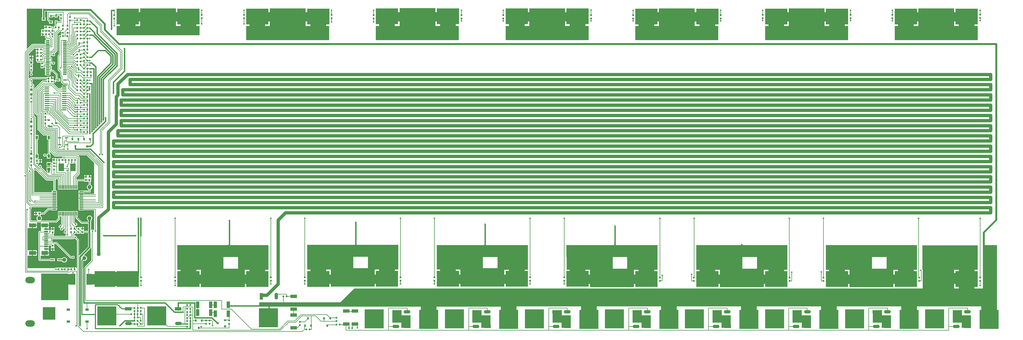
<source format=gtl>
G04*
G04 #@! TF.GenerationSoftware,Altium Limited,Altium Designer,18.1.7 (191)*
G04*
G04 Layer_Physical_Order=1*
G04 Layer_Color=255*
%FSLAX44Y44*%
%MOMM*%
G71*
G01*
G75*
%ADD11C,0.2000*%
%ADD21R,1.0000X0.4500*%
%ADD22R,0.8000X0.8000*%
%ADD23R,0.6000X0.6000*%
%ADD24R,6.0000X6.0000*%
G04:AMPARAMS|DCode=25|XSize=2mm|YSize=1mm|CornerRadius=0mm|HoleSize=0mm|Usage=FLASHONLY|Rotation=180.000|XOffset=0mm|YOffset=0mm|HoleType=Round|Shape=Octagon|*
%AMOCTAGOND25*
4,1,8,-1.0000,0.2500,-1.0000,-0.2500,-0.7500,-0.5000,0.7500,-0.5000,1.0000,-0.2500,1.0000,0.2500,0.7500,0.5000,-0.7500,0.5000,-1.0000,0.2500,0.0*
%
%ADD25OCTAGOND25*%

%ADD26R,2.0000X1.0000*%
%ADD27R,7.0000X5.0000*%
%ADD28R,6.0000X6.0000*%
G04:AMPARAMS|DCode=29|XSize=2mm|YSize=1mm|CornerRadius=0mm|HoleSize=0mm|Usage=FLASHONLY|Rotation=90.000|XOffset=0mm|YOffset=0mm|HoleType=Round|Shape=Octagon|*
%AMOCTAGOND29*
4,1,8,0.2500,1.0000,-0.2500,1.0000,-0.5000,0.7500,-0.5000,-0.7500,-0.2500,-1.0000,0.2500,-1.0000,0.5000,-0.7500,0.5000,0.7500,0.2500,1.0000,0.0*
%
%ADD29OCTAGOND29*%

%ADD30R,1.0000X2.0000*%
%ADD31R,0.6000X0.6000*%
%ADD32R,2.0000X1.1000*%
%ADD33R,0.5500X0.8000*%
%ADD34R,1.4500X0.3000*%
%ADD35R,1.1000X0.7000*%
%ADD36R,0.7000X1.1000*%
%ADD37R,0.9800X0.9300*%
%ADD38R,1.1500X0.6000*%
%ADD39R,1.1500X0.3000*%
%ADD40R,0.6000X0.2000*%
%ADD41R,1.8000X3.4000*%
%ADD42O,1.3500X0.3500*%
%ADD43R,1.2000X0.3000*%
%ADD44R,0.3000X1.2000*%
%ADD45R,0.8000X0.5500*%
%ADD46R,0.4500X1.0000*%
%ADD47R,1.7000X2.4000*%
%ADD48R,1.1000X2.0000*%
%ADD81C,0.4000*%
%ADD82C,0.3000*%
%ADD83C,0.5000*%
%ADD84C,1.0000*%
%ADD85C,0.6000*%
%ADD86R,5.0000X3.0000*%
%ADD87R,3.0000X4.0000*%
%ADD88R,76.5000X1.4000*%
%ADD89R,26.5000X3.0000*%
%ADD90R,5.0000X5.0000*%
%ADD91R,9.5000X5.8000*%
%ADD92R,24.0000X3.0000*%
%ADD93R,11.2190X5.8000*%
%ADD94R,2.4000X3.2000*%
%ADD95R,9.5000X5.8000*%
%ADD96R,14.5000X5.8000*%
%ADD97R,13.7000X5.8000*%
%ADD98R,28.5000X3.7000*%
%ADD99R,9.5000X5.8000*%
%ADD100R,8.5000X8.4000*%
%ADD101R,4.5000X14.6000*%
%ADD102R,17.3000X7.7000*%
%ADD103R,9.9000X12.3000*%
%ADD104R,0.6000X0.4000*%
%ADD105R,7.4000X4.4000*%
%ADD106R,6.4000X5.0000*%
%ADD107R,6.6000X5.8000*%
%ADD108R,8.6000X3.5000*%
%ADD109R,14.0000X5.2000*%
%ADD110R,5.0000X7.2000*%
%ADD111R,26.0000X4.5000*%
%ADD112R,197.5000X5.7000*%
%ADD113R,25.9810X3.0000*%
%ADD114R,4.0000X4.0000*%
%ADD115O,3.0000X2.0000*%
%ADD116R,2.0000X1.2000*%
%ADD117R,2.3000X1.2000*%
%ADD118C,0.4800*%
%ADD119C,0.5080*%
%ADD120C,1.2700*%
G36*
X288467Y1178730D02*
X288422Y1178500D01*
X288422Y1178500D01*
Y1152940D01*
X286500D01*
Y1143440D01*
X298500D01*
Y1152940D01*
X296578D01*
Y1171902D01*
X303832D01*
X304482Y1170632D01*
X304174Y1170171D01*
X303941Y1169000D01*
Y1146000D01*
X303941Y1146000D01*
X304174Y1144829D01*
X304837Y1143837D01*
X309500Y1139174D01*
Y1133940D01*
X321500D01*
Y1143440D01*
X313885D01*
X310059Y1147267D01*
Y1152940D01*
X321500D01*
Y1155132D01*
X327750D01*
Y1152190D01*
X336250D01*
Y1157565D01*
X342000D01*
Y1156080D01*
X342000D01*
Y1155920D01*
X342000D01*
Y1145920D01*
X343941D01*
Y1143191D01*
X343941Y1143190D01*
X343941Y1143190D01*
Y1140249D01*
X336250D01*
Y1144190D01*
X327750D01*
Y1130190D01*
X327941D01*
Y1127000D01*
X324920D01*
Y1117385D01*
X324647Y1117104D01*
X323862Y1116489D01*
X323059Y1116718D01*
Y1122000D01*
X322826Y1123171D01*
X322163Y1124163D01*
X321171Y1124826D01*
X320000Y1125059D01*
X320000Y1125059D01*
X315080D01*
Y1127000D01*
X305460D01*
Y1127540D01*
X301190D01*
Y1122000D01*
X299920D01*
Y1120730D01*
X294380D01*
Y1116460D01*
X293267Y1116080D01*
X285000D01*
Y1106460D01*
X284460D01*
Y1102190D01*
X290000D01*
Y1100920D01*
X291270D01*
Y1095380D01*
X295540D01*
Y1096043D01*
X296941D01*
Y1091000D01*
X296941Y1091000D01*
X297174Y1089829D01*
X297837Y1088837D01*
X300837Y1085837D01*
X300837Y1085837D01*
X301017Y1085717D01*
X300632Y1084447D01*
X300250D01*
X298787Y1084156D01*
X297546Y1083327D01*
X296717Y1082086D01*
X296427Y1080623D01*
X296717Y1079160D01*
X297410Y1078123D01*
X296717Y1077086D01*
X296427Y1075623D01*
X296717Y1074160D01*
X297086Y1073609D01*
X296209Y1072297D01*
X295876Y1070623D01*
X295981Y1070094D01*
X295863Y1069959D01*
X294827Y1069387D01*
X294171Y1069826D01*
X293000Y1070059D01*
X293000Y1070059D01*
X258000D01*
X258000Y1070059D01*
X256829Y1069826D01*
X255837Y1069163D01*
X255837Y1069163D01*
X241173Y1054499D01*
X240000Y1054985D01*
Y1180000D01*
X287425D01*
X288467Y1178730D01*
D02*
G37*
G36*
X347000Y1097635D02*
X345880Y1097036D01*
X345717Y1097145D01*
X344000Y1097486D01*
X342283Y1097145D01*
X340828Y1096172D01*
X339855Y1094717D01*
X339514Y1093000D01*
X339855Y1091283D01*
X339941Y1091155D01*
Y1037267D01*
X337837Y1035163D01*
X337174Y1034171D01*
X336941Y1033000D01*
X336941Y1033000D01*
Y990000D01*
X336941Y990000D01*
X337174Y988829D01*
X337837Y987837D01*
X343941Y981733D01*
Y972000D01*
X343941Y972000D01*
X344174Y970829D01*
X344837Y969837D01*
X346941Y967733D01*
Y952000D01*
X346941Y952000D01*
X347174Y950829D01*
X347837Y949837D01*
X353837Y943837D01*
X354829Y943174D01*
X356000Y942941D01*
X356000Y942941D01*
X364733D01*
X366541Y941133D01*
X366015Y939863D01*
X358270D01*
Y935823D01*
X357000D01*
Y934553D01*
X347210D01*
Y932182D01*
X338144D01*
X323318Y947007D01*
X323420Y948135D01*
X324470Y948818D01*
X326000Y948514D01*
X327717Y948855D01*
X329172Y949828D01*
X330145Y951283D01*
X330486Y953000D01*
X331102Y953750D01*
X344000D01*
Y962250D01*
X337059D01*
Y975000D01*
X337059Y975000D01*
X336826Y976171D01*
X336163Y977163D01*
X325163Y988163D01*
X324170Y988826D01*
X323000Y989059D01*
X323000Y989059D01*
X318640D01*
X317901Y990329D01*
X318059Y991123D01*
Y1000123D01*
X317826Y1001294D01*
X317163Y1002286D01*
X316171Y1002949D01*
X315000Y1003182D01*
X314540D01*
X313840Y1004452D01*
X314073Y1005623D01*
X314007Y1005959D01*
X314812Y1006941D01*
X320752D01*
X320828Y1006828D01*
X322283Y1005855D01*
X324000Y1005514D01*
X325717Y1005855D01*
X327172Y1006828D01*
X328145Y1008283D01*
X328486Y1010000D01*
X328145Y1011717D01*
X327172Y1013172D01*
X325717Y1014145D01*
X324000Y1014486D01*
X322283Y1014145D01*
X320828Y1013172D01*
X320752Y1013059D01*
X319422D01*
X318743Y1014329D01*
X318826Y1014453D01*
X319059Y1015623D01*
Y1026123D01*
X318826Y1027294D01*
X318163Y1028286D01*
X317171Y1028949D01*
X316000Y1029182D01*
X314788D01*
X313982Y1030164D01*
X314073Y1030623D01*
X313865Y1031671D01*
X314622Y1032941D01*
X320752D01*
X320828Y1032828D01*
X322283Y1031855D01*
X324000Y1031514D01*
X325717Y1031855D01*
X327172Y1032828D01*
X328145Y1034283D01*
X328486Y1036000D01*
X328145Y1037717D01*
X327172Y1039172D01*
X327059Y1039248D01*
Y1040733D01*
X334163Y1047837D01*
X334163Y1047837D01*
X334163Y1047837D01*
X336163Y1049837D01*
X336163Y1049837D01*
X336826Y1050829D01*
X337059Y1052000D01*
X337059Y1052000D01*
Y1102733D01*
X343267Y1108941D01*
X347000D01*
Y1097635D01*
D02*
G37*
G36*
X302920Y958000D02*
X302920D01*
Y958000D01*
X302112Y957298D01*
X301873Y957150D01*
X301650Y957158D01*
X300000Y957486D01*
X298283Y957145D01*
X296828Y956172D01*
X296752Y956059D01*
X290000D01*
X290000Y956059D01*
X288829Y955826D01*
X287837Y955163D01*
X287837Y955163D01*
X265837Y933163D01*
X265174Y932170D01*
X264941Y931000D01*
X264941Y931000D01*
Y854000D01*
X264941Y854000D01*
X265174Y852830D01*
X265837Y851837D01*
X272941Y844733D01*
Y805000D01*
X272941Y805000D01*
X273174Y803829D01*
X273837Y802837D01*
X291837Y784837D01*
X292829Y784174D01*
X294000Y783941D01*
X294000Y783941D01*
X303000D01*
Y771000D01*
X305941D01*
Y727000D01*
X303000D01*
Y726059D01*
X299416D01*
X299273Y726273D01*
X297771Y727277D01*
X296000Y727629D01*
X294229Y727277D01*
X292727Y726273D01*
X291723Y724771D01*
X291371Y723000D01*
X291723Y721229D01*
X292727Y719727D01*
X294229Y718723D01*
X296000Y718371D01*
X297771Y718723D01*
X299273Y719727D01*
X299417Y719941D01*
X303000D01*
Y712000D01*
X314000D01*
Y727000D01*
X312059D01*
Y732819D01*
X313329Y733345D01*
X327837Y718837D01*
X327837Y718837D01*
X328829Y718174D01*
X330000Y717941D01*
X330000Y717941D01*
X351158D01*
X351677Y716971D01*
X351703Y716671D01*
X351371Y715000D01*
X351466Y714522D01*
X350661Y713540D01*
X345540D01*
Y713000D01*
X335920D01*
Y712856D01*
X334988Y712358D01*
X334650Y712301D01*
X333000Y712629D01*
X331810Y712392D01*
X330540Y713228D01*
Y713620D01*
X326270D01*
Y708080D01*
X325000D01*
Y706810D01*
X319460D01*
Y702540D01*
X320000D01*
Y699683D01*
X318730Y698914D01*
X318000Y699059D01*
X315900D01*
Y701350D01*
X302100D01*
Y688050D01*
X314941D01*
Y685950D01*
X302100D01*
Y672650D01*
X304412D01*
Y670205D01*
X304371Y670000D01*
X304681Y668441D01*
X304135Y667939D01*
X303634Y667692D01*
X285804Y685522D01*
X286277Y686229D01*
X286629Y688000D01*
X286277Y689771D01*
X285273Y691273D01*
X283771Y692277D01*
X282000Y692629D01*
X280229Y692277D01*
X278727Y691273D01*
X277723Y689771D01*
X277661Y689460D01*
X276283Y689042D01*
X273794Y691532D01*
X274147Y692975D01*
X275273Y693727D01*
X276277Y695229D01*
X276629Y697000D01*
X276379Y698257D01*
X277136Y699330D01*
X277336Y699460D01*
X280810D01*
Y705000D01*
Y710540D01*
X276540D01*
Y710000D01*
X274979D01*
Y712000D01*
X277000D01*
Y727000D01*
X274059D01*
Y771000D01*
X277000D01*
Y786000D01*
X268059D01*
Y840000D01*
X267826Y841171D01*
X267163Y842163D01*
X267163Y842163D01*
X263059Y846267D01*
Y941000D01*
X263059Y941000D01*
X262826Y942170D01*
X262163Y943163D01*
X262163Y943163D01*
X257059Y948267D01*
Y951752D01*
X257172Y951828D01*
X258145Y953283D01*
X258486Y955000D01*
X258145Y956717D01*
X257172Y958172D01*
X256425Y958671D01*
X256811Y959941D01*
X302920D01*
Y958000D01*
D02*
G37*
G36*
X268380Y1054270D02*
X273920D01*
Y1051730D01*
X268380D01*
Y1047460D01*
Y1043270D01*
X273920D01*
Y1040730D01*
X268380D01*
Y1036460D01*
Y1033270D01*
X273920D01*
Y1030730D01*
X268380D01*
Y1026460D01*
X268380D01*
X268920Y1026000D01*
Y1016000D01*
X270941D01*
Y1015000D01*
X271174Y1013829D01*
X271837Y1012837D01*
X272829Y1012174D01*
X274000Y1011941D01*
X283000D01*
Y1004080D01*
X283000D01*
Y1003920D01*
X283000D01*
Y993920D01*
X293000D01*
Y997565D01*
X295626D01*
X296560Y996295D01*
X296427Y995623D01*
X296717Y994160D01*
X297410Y993123D01*
X296717Y992086D01*
X296427Y990623D01*
X296717Y989160D01*
X297410Y988123D01*
X296717Y987086D01*
X296427Y985623D01*
X296717Y984160D01*
X297410Y983123D01*
X296717Y982086D01*
X296427Y980623D01*
X296717Y979160D01*
X297410Y978123D01*
X296717Y977086D01*
X296427Y975623D01*
X296717Y974160D01*
X297546Y972920D01*
X298787Y972091D01*
X300250Y971800D01*
X310250D01*
X311713Y972091D01*
X312954Y972920D01*
X313782Y974160D01*
X314073Y975623D01*
X313782Y977086D01*
X313090Y978123D01*
X313782Y979160D01*
X314073Y980623D01*
X313865Y981671D01*
X314622Y982941D01*
X321733D01*
X330941Y973733D01*
Y962250D01*
X330000D01*
Y957045D01*
X328730Y956468D01*
X327717Y957145D01*
X326000Y957486D01*
X324802Y957248D01*
X323730Y958032D01*
X323620Y958209D01*
Y961730D01*
X318080D01*
Y963000D01*
X316810D01*
Y968540D01*
X312540D01*
Y968000D01*
X302920D01*
Y966059D01*
X253000D01*
X251829Y965826D01*
X250837Y965163D01*
X250837Y965163D01*
X247232Y961558D01*
X246059Y962044D01*
Y1038733D01*
X263267Y1055941D01*
X268380D01*
Y1054270D01*
D02*
G37*
G36*
X299837Y644837D02*
X299837Y644837D01*
X300830Y644174D01*
X302000Y643941D01*
X302000Y643941D01*
X323441D01*
Y612623D01*
X318500D01*
Y607182D01*
X263059D01*
Y675158D01*
X264029Y675677D01*
X264329Y675704D01*
X266000Y675371D01*
X267771Y675723D01*
X268478Y676196D01*
X299837Y644837D01*
D02*
G37*
G36*
X450000Y699674D02*
Y602182D01*
X418540D01*
Y602853D01*
X410000D01*
X401460D01*
Y600083D01*
X402000D01*
Y593163D01*
X401460D01*
Y590393D01*
X410000D01*
Y587853D01*
X401460D01*
Y585083D01*
X402000D01*
Y580623D01*
Y570623D01*
Y560623D01*
Y550623D01*
X418000D01*
Y551064D01*
X450000D01*
Y488975D01*
X448730Y488590D01*
X448273Y489273D01*
X446771Y490277D01*
X445000Y490629D01*
X443229Y490277D01*
X441858Y489361D01*
X441260Y489512D01*
X440588Y489855D01*
Y518996D01*
X441955Y520045D01*
X443294Y521789D01*
X444135Y523820D01*
X444422Y526000D01*
X444135Y528180D01*
X443294Y530211D01*
X441955Y531955D01*
X440211Y533294D01*
X438180Y534135D01*
X436000Y534422D01*
X433820Y534135D01*
X431789Y533294D01*
X430045Y531955D01*
X428706Y530211D01*
X427865Y528180D01*
X427578Y526000D01*
X427865Y523820D01*
X428706Y521789D01*
X430045Y520045D01*
X431412Y518996D01*
Y515059D01*
X413267D01*
X398809Y529517D01*
Y531873D01*
X399250D01*
Y547873D01*
X394790D01*
Y548413D01*
X392020D01*
Y539873D01*
Y531333D01*
X392691D01*
Y528250D01*
X392691Y528250D01*
X392924Y527080D01*
X393587Y526087D01*
X409837Y509837D01*
X410830Y509174D01*
X412000Y508941D01*
X431412D01*
Y486059D01*
X418000D01*
Y487540D01*
X418540D01*
Y491810D01*
X413000D01*
Y493080D01*
X411730D01*
Y498620D01*
X407460D01*
Y494847D01*
X406190Y494168D01*
X406000Y494295D01*
Y498080D01*
X396000D01*
Y493071D01*
X394891Y492597D01*
X394000Y493332D01*
Y498080D01*
X392059D01*
Y500000D01*
X392059Y500000D01*
X391826Y501171D01*
X391719Y501331D01*
X392482Y502474D01*
X393000Y502371D01*
X394771Y502723D01*
X396273Y503727D01*
X397277Y505229D01*
X397629Y507000D01*
X397277Y508771D01*
X396273Y510273D01*
X394771Y511277D01*
X393000Y511629D01*
X392747Y511579D01*
X389059Y515267D01*
Y531333D01*
X389480D01*
Y539873D01*
Y548413D01*
X386710D01*
Y547873D01*
X337250D01*
Y531873D01*
X337691D01*
Y526017D01*
X329733Y518059D01*
X284453D01*
X284022Y519329D01*
X284955Y520045D01*
X286294Y521789D01*
X287135Y523820D01*
X287422Y526000D01*
X287135Y528180D01*
X286294Y530211D01*
X284955Y531955D01*
X283211Y533294D01*
X282139Y533738D01*
Y536000D01*
X284080D01*
Y537941D01*
X288000D01*
X288000Y537941D01*
X294000D01*
X294000Y537941D01*
X295171Y538174D01*
X296163Y538837D01*
X298163Y540837D01*
X298163Y540837D01*
X308267Y550941D01*
X318500D01*
Y550623D01*
X334500D01*
Y555083D01*
X335040D01*
Y557853D01*
X326500D01*
X317960D01*
Y557059D01*
X307000D01*
X307000Y557059D01*
X305830Y556826D01*
X304837Y556163D01*
X293837Y545163D01*
X293837Y545163D01*
X292733Y544059D01*
X284080D01*
Y546000D01*
X274460D01*
Y546540D01*
X270190D01*
Y541000D01*
Y535460D01*
X274460D01*
Y536000D01*
X276021D01*
Y533804D01*
X274789Y533294D01*
X273045Y531955D01*
X271706Y530211D01*
X270865Y528180D01*
X270578Y526000D01*
X270865Y523820D01*
X271706Y521789D01*
X273045Y520045D01*
X273978Y519329D01*
X273547Y518059D01*
X255267D01*
X253059Y520267D01*
Y554584D01*
X253273Y554727D01*
X254277Y556229D01*
X254629Y558000D01*
X254297Y559671D01*
X254323Y559971D01*
X254842Y560941D01*
X317960D01*
Y560393D01*
X326500D01*
X335040D01*
Y563163D01*
X334500D01*
Y570623D01*
Y580623D01*
Y590623D01*
Y600623D01*
Y612623D01*
X329559D01*
Y647000D01*
X330331Y647941D01*
X337691D01*
Y631373D01*
X337250D01*
Y615373D01*
X352250D01*
Y615373D01*
X359250D01*
Y615373D01*
X382250D01*
Y615373D01*
X389250D01*
Y615373D01*
X392250D01*
Y615373D01*
X399250D01*
Y631373D01*
X399059D01*
Y641941D01*
X420000D01*
Y640110D01*
X430000D01*
Y640110D01*
X431000Y639920D01*
X431000Y639920D01*
X431191Y639920D01*
X432941D01*
Y630771D01*
X431789Y630294D01*
X430045Y628955D01*
X428706Y627211D01*
X427865Y625180D01*
X427578Y623000D01*
X427865Y620820D01*
X428706Y618789D01*
X430045Y617045D01*
X431789Y615706D01*
X432941Y615229D01*
Y612059D01*
X418000D01*
Y612623D01*
X402000D01*
Y608163D01*
X401460D01*
Y605393D01*
X410000D01*
X418540D01*
Y605941D01*
X436000D01*
X437171Y606174D01*
X438163Y606837D01*
X438826Y607829D01*
X439059Y609000D01*
Y615229D01*
X440211Y615706D01*
X441955Y617045D01*
X443294Y618789D01*
X444135Y620820D01*
X444422Y623000D01*
X444135Y625180D01*
X443294Y627211D01*
X441955Y628955D01*
X440211Y630294D01*
X439059Y630771D01*
Y639920D01*
X441000D01*
Y649540D01*
X441540D01*
Y653810D01*
X436000D01*
Y655080D01*
X434730D01*
Y660620D01*
X430540D01*
Y660810D01*
X426270D01*
Y655270D01*
X425000D01*
Y654000D01*
X419460D01*
Y649730D01*
X420000D01*
Y648059D01*
X396000D01*
X395329Y647925D01*
X394059Y648722D01*
Y652733D01*
X404163Y662837D01*
X404163Y662837D01*
X404826Y663829D01*
X405059Y665000D01*
Y716000D01*
X405059Y716000D01*
X404826Y717170D01*
X404163Y718163D01*
X404163Y718163D01*
X401558Y720768D01*
X402044Y721941D01*
X427733D01*
X450000Y699674D01*
D02*
G37*
G36*
X347941Y508267D02*
X344253Y504579D01*
X344000Y504629D01*
X342229Y504277D01*
X340727Y503273D01*
X339723Y501771D01*
X339371Y500000D01*
X339723Y498229D01*
X340727Y496727D01*
X342229Y495723D01*
X344000Y495371D01*
X344305Y495432D01*
X345069Y494289D01*
X344723Y493771D01*
X344371Y492000D01*
X344723Y490229D01*
X345727Y488727D01*
X347229Y487723D01*
X349000Y487371D01*
X350771Y487723D01*
X352273Y488727D01*
X353277Y490229D01*
X353629Y492000D01*
X353579Y492253D01*
X356768Y495442D01*
X357941Y494956D01*
Y487085D01*
X356727Y486273D01*
X355723Y484771D01*
X355371Y483000D01*
X355723Y481229D01*
X356727Y479727D01*
X358229Y478723D01*
X360000Y478371D01*
X361312Y478632D01*
X362460Y477820D01*
X362556Y477017D01*
X361723Y475771D01*
X361371Y474000D01*
X361703Y472329D01*
X361677Y472029D01*
X361158Y471059D01*
X324504D01*
X323825Y472329D01*
X323826Y472329D01*
X324059Y473500D01*
Y476920D01*
X326000D01*
Y486540D01*
X326540D01*
Y490810D01*
X321000D01*
X315460D01*
Y489676D01*
X314190Y488997D01*
X313771Y489277D01*
X312000Y489629D01*
X310229Y489277D01*
X309720Y488937D01*
X308450Y489616D01*
Y490730D01*
X300160D01*
Y493270D01*
X308450D01*
Y495660D01*
X308900D01*
Y502930D01*
X283820D01*
Y495660D01*
X284603D01*
X285141Y494390D01*
X284245Y493049D01*
X283838Y491000D01*
X284245Y488952D01*
X285329Y487329D01*
X285024Y486059D01*
X280000D01*
X278829Y485826D01*
X277837Y485163D01*
X277174Y484171D01*
X276941Y483000D01*
Y439000D01*
X276941Y439000D01*
Y396000D01*
X277174Y394829D01*
X277837Y393837D01*
X278829Y393174D01*
X280000Y392941D01*
X313000D01*
Y391750D01*
X327000D01*
Y400250D01*
X313000D01*
Y399059D01*
X283059D01*
Y408205D01*
X283820Y409160D01*
X295090D01*
Y417700D01*
X296360D01*
Y418970D01*
X308900D01*
Y426240D01*
X308450D01*
Y428730D01*
X300160D01*
Y431270D01*
X308450D01*
Y435540D01*
X307940D01*
Y440441D01*
X315233D01*
X316000Y439674D01*
Y435460D01*
X315460D01*
Y431190D01*
X326540D01*
Y435460D01*
X326000D01*
Y445080D01*
X327120Y445441D01*
X331233D01*
X374837Y401837D01*
X375830Y401174D01*
X377000Y400941D01*
X381584D01*
X381727Y400727D01*
X383229Y399723D01*
X385000Y399371D01*
X386771Y399723D01*
X388273Y400727D01*
X389277Y402229D01*
X389629Y404000D01*
X389277Y405771D01*
X388273Y407273D01*
X386771Y408277D01*
X385000Y408629D01*
X383229Y408277D01*
X381727Y407273D01*
X381584Y407059D01*
X378267D01*
X335163Y450163D01*
X335163Y450163D01*
X334663Y450663D01*
X333671Y451326D01*
X332500Y451559D01*
X332500Y451559D01*
X320722D01*
X319925Y452829D01*
X320059Y453500D01*
Y460941D01*
X323000D01*
X323000Y460941D01*
X385000D01*
X386171Y461174D01*
X387163Y461837D01*
X387504Y462348D01*
X389028Y462858D01*
X389229Y462723D01*
X391000Y462371D01*
X391253Y462421D01*
X396941Y456733D01*
Y370000D01*
X394620D01*
Y372540D01*
X390350D01*
Y367000D01*
X387810D01*
Y372540D01*
X383540D01*
Y372000D01*
X364080D01*
Y372000D01*
X363920D01*
Y372000D01*
X344080D01*
Y372000D01*
X343920D01*
Y372000D01*
X333920D01*
Y371800D01*
X332873Y371149D01*
X332650Y371158D01*
X331000Y371486D01*
X329283Y371145D01*
X327828Y370172D01*
X327713Y370000D01*
X243059D01*
Y408164D01*
X243720Y409160D01*
X244329Y409160D01*
X256490D01*
Y417700D01*
Y426240D01*
X244329D01*
X243720Y426240D01*
X243059Y427236D01*
Y494664D01*
X243720Y495660D01*
X256490D01*
Y504200D01*
X257760D01*
Y505470D01*
X271800D01*
Y511941D01*
X283820D01*
Y505470D01*
X308900D01*
Y511941D01*
X331000D01*
X331000Y511941D01*
X332171Y512174D01*
X333163Y512837D01*
X342913Y522587D01*
X342913Y522587D01*
X343576Y523579D01*
X343809Y524750D01*
Y531873D01*
X347941D01*
Y508267D01*
D02*
G37*
G36*
X396000Y482668D02*
Y477920D01*
X406000D01*
Y482929D01*
X407109Y483403D01*
X408000Y482668D01*
Y477920D01*
X418000D01*
Y479941D01*
X431412D01*
Y436900D01*
X404232Y409721D01*
X403059Y410207D01*
Y458000D01*
X402826Y459170D01*
X402163Y460163D01*
X402163Y460163D01*
X395579Y466747D01*
X395629Y467000D01*
X395277Y468771D01*
X394273Y470273D01*
X392771Y471277D01*
X391000Y471629D01*
X389329Y471297D01*
X389029Y471323D01*
X388059Y471842D01*
Y475733D01*
X390246Y477920D01*
X394000D01*
Y482929D01*
X395109Y483403D01*
X396000Y482668D01*
D02*
G37*
G36*
X441941Y481350D02*
Y394267D01*
X420837Y373163D01*
X420174Y372170D01*
X419941Y371000D01*
X419198Y370000D01*
X415569D01*
Y392522D01*
X416471Y393424D01*
X417820Y392865D01*
X420000Y392578D01*
X422180Y392865D01*
X424211Y393706D01*
X425955Y395045D01*
X427294Y396789D01*
X428135Y398820D01*
X428422Y401000D01*
X428135Y403180D01*
X427294Y405211D01*
X425955Y406955D01*
X424211Y408294D01*
X422180Y409135D01*
X420000Y409422D01*
X418511Y409226D01*
X417918Y410429D01*
X439244Y431756D01*
X440239Y433244D01*
X440588Y435000D01*
Y480779D01*
X441826Y481543D01*
X441941Y481350D01*
D02*
G37*
G36*
X1874000Y256000D02*
X1219001Y256000D01*
X1219000Y263000D01*
X1263000Y307000D01*
X1874000D01*
X1874000Y256000D01*
D02*
G37*
%LPC*%
G36*
X298650Y1127540D02*
X294380D01*
Y1123270D01*
X298650D01*
Y1127540D01*
D02*
G37*
G36*
X288730Y1099650D02*
X284460D01*
Y1095380D01*
X288730D01*
Y1099650D01*
D02*
G37*
G36*
X355730Y939863D02*
X347210D01*
Y937093D01*
X355730D01*
Y939863D01*
D02*
G37*
G36*
X323730Y713620D02*
X319460D01*
Y709350D01*
X323730D01*
Y713620D01*
D02*
G37*
G36*
X287620Y710540D02*
X283350D01*
Y706270D01*
X287620D01*
Y710540D01*
D02*
G37*
G36*
Y703730D02*
X283350D01*
Y699460D01*
X287620D01*
Y703730D01*
D02*
G37*
G36*
X260540Y1033540D02*
X255270D01*
Y1028270D01*
X260540D01*
Y1033540D01*
D02*
G37*
G36*
X252730D02*
X247460D01*
Y1028270D01*
X252730D01*
Y1033540D01*
D02*
G37*
G36*
X260540Y1025730D02*
X255270D01*
Y1020460D01*
X260540D01*
Y1025730D01*
D02*
G37*
G36*
X252730D02*
X247460D01*
Y1020460D01*
X252730D01*
Y1025730D01*
D02*
G37*
G36*
X260000Y1019000D02*
X248000D01*
Y1007000D01*
X250941D01*
Y1005080D01*
X249000D01*
Y996190D01*
X249000Y995080D01*
X249000Y993810D01*
Y984920D01*
X250941D01*
Y978248D01*
X250828Y978172D01*
X249855Y976717D01*
X249514Y975000D01*
X249855Y973283D01*
X250828Y971828D01*
X252283Y970855D01*
X254000Y970514D01*
X255717Y970855D01*
X257172Y971828D01*
X258145Y973283D01*
X258486Y975000D01*
X258145Y976717D01*
X257172Y978172D01*
X257059Y978248D01*
Y984920D01*
X259000D01*
Y993810D01*
X259000Y994920D01*
X259000Y996190D01*
Y1005080D01*
X257059D01*
Y1007000D01*
X260000D01*
Y1019000D01*
D02*
G37*
G36*
X323620Y968540D02*
X319350D01*
Y964270D01*
X323620D01*
Y968540D01*
D02*
G37*
G36*
X423730Y660810D02*
X419460D01*
Y656540D01*
X423730D01*
Y660810D01*
D02*
G37*
G36*
X441540Y660620D02*
X437270D01*
Y656350D01*
X441540D01*
Y660620D01*
D02*
G37*
G36*
X267650Y546540D02*
X263380D01*
Y542270D01*
X267650D01*
Y546540D01*
D02*
G37*
G36*
Y539730D02*
X263380D01*
Y535460D01*
X267650D01*
Y539730D01*
D02*
G37*
G36*
X418540Y498620D02*
X414270D01*
Y494350D01*
X418540D01*
Y498620D01*
D02*
G37*
G36*
X271800Y502930D02*
X259030D01*
Y495660D01*
X271800D01*
Y502930D01*
D02*
G37*
G36*
X326540Y497620D02*
X322270D01*
Y493350D01*
X326540D01*
Y497620D01*
D02*
G37*
G36*
X319730D02*
X315460D01*
Y493350D01*
X319730D01*
Y497620D01*
D02*
G37*
G36*
X326540Y428650D02*
X322270D01*
Y424380D01*
X326540D01*
Y428650D01*
D02*
G37*
G36*
X319730D02*
X315460D01*
Y424380D01*
X319730D01*
Y428650D01*
D02*
G37*
G36*
X259030Y426240D02*
Y418970D01*
X271800D01*
Y426240D01*
X259030D01*
D02*
G37*
G36*
X308900Y416430D02*
X297630D01*
Y409160D01*
X308900D01*
Y416430D01*
D02*
G37*
G36*
X271800D02*
X259030D01*
Y409160D01*
X271800D01*
Y416430D01*
D02*
G37*
G36*
X357000Y404422D02*
X354820Y404135D01*
X352789Y403294D01*
X351045Y401955D01*
X350105Y400731D01*
X349000Y400250D01*
X349000Y400250D01*
X349000Y400250D01*
X335000D01*
Y391750D01*
X349000D01*
X349000Y391750D01*
X350083Y391298D01*
X351045Y390045D01*
X352789Y388706D01*
X354820Y387865D01*
X357000Y387578D01*
X359180Y387865D01*
X361211Y388706D01*
X362955Y390045D01*
X364294Y391789D01*
X365135Y393820D01*
X365422Y396000D01*
X365135Y398180D01*
X364294Y400211D01*
X362955Y401955D01*
X361211Y403294D01*
X359180Y404135D01*
X357000Y404422D01*
D02*
G37*
%LPD*%
D11*
X419000Y1131123D02*
Y1141000D01*
X418810Y1141190D02*
X419000D01*
X418920Y1131043D02*
Y1131123D01*
X418000Y1130123D02*
X418920Y1131043D01*
X435000Y655190D02*
X436000Y656190D01*
X424000Y655190D02*
X425000Y656190D01*
X415000Y1145000D02*
X418810Y1141190D01*
X360920Y700080D02*
Y708000D01*
X391000Y522000D02*
Y540000D01*
X740920Y213920D02*
X741000Y214000D01*
X1168500Y204000D02*
X1208000D01*
X1127000Y190000D02*
X1129000D01*
X766000Y207000D02*
X767000Y206000D01*
X586080Y246920D02*
X586920Y246080D01*
X586000Y236000D02*
X586080Y236080D01*
X586000Y216000D02*
Y234000D01*
X351000Y936000D02*
X357000D01*
X281000Y1100840D02*
X281080Y1100920D01*
X273920Y1032080D02*
X275000Y1031000D01*
X264000Y849000D02*
X268000Y845000D01*
X350080Y708000D02*
X360920D01*
X316000Y708000D02*
X317000Y707000D01*
X300190Y492000D02*
Y492000D01*
X314000Y430000D02*
X321000D01*
X295890Y504300D02*
X296190Y504000D01*
X257760Y504300D02*
X295890D01*
X282080Y781000D02*
Y781920D01*
Y705000D02*
Y781000D01*
X269000Y540000D02*
Y547920D01*
X257760Y503570D02*
X258190Y504000D01*
X257390Y417800D02*
X257760D01*
X556000Y246000D02*
X575920D01*
X417000Y172000D02*
X1034000D01*
X400000Y189000D02*
X417000Y172000D01*
X400000Y189000D02*
Y458000D01*
X395000Y190000D02*
X396000Y191000D01*
Y361000D01*
X424080Y644920D02*
X435000D01*
X410000Y609373D02*
X410250Y609123D01*
X408877Y609000D02*
X436000D01*
X575920Y216000D02*
Y226920D01*
Y206080D02*
Y216000D01*
X412000Y483000D02*
X434000D01*
X396000Y623000D02*
Y645000D01*
X296000Y723000D02*
X309000D01*
X395750Y539750D02*
X396000Y540000D01*
X307000Y554000D02*
X327000D01*
X277000Y528000D02*
X279080Y530080D01*
X277000Y528000D02*
X279000D01*
X391000Y467000D02*
X400000Y458000D01*
X377000Y361000D02*
X396000D01*
X1097000Y225000D02*
X1177000D01*
X1077000Y205000D02*
X1097000Y225000D01*
X1055000Y205000D02*
X1077000D01*
X1099000Y221000D02*
X1142000D01*
X1079000Y201000D02*
X1099000Y221000D01*
X1057000Y201000D02*
X1079000D01*
X1186000Y216000D02*
X1187000D01*
X1177000Y225000D02*
X1186000Y216000D01*
X1030000Y180000D02*
X1055000Y205000D01*
X1032000Y176000D02*
X1057000Y201000D01*
X1086080Y185000D02*
X1093000Y191920D01*
X1083000Y185000D02*
X1086080D01*
X1081000Y187000D02*
X1083000Y185000D01*
X1067000Y282000D02*
X1071000Y286000D01*
X1051000Y282000D02*
X1067000D01*
X1051000D02*
Y289000D01*
X1019000Y292000D02*
X1021000D01*
X1024000Y289000D02*
X1051000D01*
X1021000Y292000D02*
X1024000Y289000D01*
X1041000Y260000D02*
Y280920D01*
X1073000Y226000D02*
Y242000D01*
X1100000Y172000D02*
X1107000Y179000D01*
X1034000Y172000D02*
X1100000D01*
X1034000Y172000D02*
X1034000Y172000D01*
X941000Y180000D02*
X1030000D01*
X879000Y242000D02*
X941000Y180000D01*
X758000Y176000D02*
X1025000D01*
X758000D02*
Y197000D01*
X386000Y514000D02*
Y540000D01*
X280000Y483000D02*
X300160D01*
X280000Y439000D02*
X296190D01*
X280000D02*
X280000D01*
X280000D02*
Y483000D01*
X299000Y468000D02*
X381000D01*
X280000Y396000D02*
X318000D01*
X280000D02*
Y439000D01*
X333000Y448000D02*
X377000Y404000D01*
X385000D01*
Y464000D02*
Y477000D01*
X323000Y464000D02*
X385000D01*
X300190Y458500D02*
X300500D01*
X290000D02*
X300190D01*
X300500D02*
X301000Y458000D01*
X290000Y458500D02*
Y468500D01*
X381000Y468000D02*
Y477000D01*
X366000Y474000D02*
Y535000D01*
X331000Y515000D02*
X340750Y524750D01*
X254000Y515000D02*
X331000D01*
X250000Y519000D02*
X254000Y515000D01*
X373000Y357000D02*
X377000Y361000D01*
X236000Y357000D02*
X373000D01*
X266000Y579000D02*
X327000D01*
X369080Y361000D02*
Y367000D01*
X240000Y361000D02*
X369080D01*
X240000D02*
Y552000D01*
X236000Y357000D02*
Y658000D01*
X250000Y519000D02*
Y556000D01*
Y579000D02*
Y579000D01*
X250000D02*
X250000D01*
X248000Y581000D02*
X250000Y579000D01*
X240000Y552000D02*
X241000Y553000D01*
X302000Y1100043D02*
Y1101123D01*
X300000Y1099190D02*
X301000Y1099190D01*
X251000Y564000D02*
X327000D01*
X236000Y666000D02*
X236000D01*
X235000Y667000D02*
X236000Y666000D01*
X235000Y667000D02*
Y1044000D01*
X236000Y666000D02*
X240000Y662000D01*
Y575000D02*
Y662000D01*
X252000Y569000D02*
X327000D01*
X244000Y577000D02*
Y664000D01*
X239000Y669000D02*
X244000Y664000D01*
X239000Y669000D02*
Y1042000D01*
X248000Y581000D02*
Y666000D01*
X243000Y671000D02*
X248000Y666000D01*
X243000Y1040000D02*
X243000Y671000D01*
X235000Y659000D02*
X236000Y658000D01*
X389000Y373000D02*
Y375000D01*
Y373000D02*
X389080Y372920D01*
Y367000D02*
Y372920D01*
X384000Y343000D02*
Y356000D01*
X244000Y577000D02*
X245000Y576000D01*
X244000Y577000D02*
X244000D01*
X252000Y569000D01*
X254000Y683000D02*
X260000Y677000D01*
Y604123D02*
Y677000D01*
Y604123D02*
X326500D01*
X307920Y953080D02*
X308000Y953000D01*
X247000Y684000D02*
X256000Y675000D01*
Y599000D02*
Y675000D01*
Y599000D02*
X321000D01*
X271000Y717000D02*
Y774000D01*
X271920Y697000D02*
Y705000D01*
X263000Y574000D02*
X328000D01*
X249000Y672000D02*
X252000Y669000D01*
Y585000D02*
Y669000D01*
Y585000D02*
X263000Y574000D01*
X240000Y575000D02*
X251000Y564000D01*
X243000Y1040000D02*
X262000Y1059000D01*
X282000Y685000D02*
Y688000D01*
X350750Y623373D02*
Y659000D01*
X308000D02*
X350750D01*
X282000Y685000D02*
X308000Y659000D01*
X346000Y623000D02*
Y655000D01*
X254000Y989000D02*
X255000Y990000D01*
X306000Y655000D02*
X346000D01*
X265000Y696000D02*
X306000Y655000D01*
X340750Y623373D02*
Y651000D01*
X304000D02*
X340750D01*
X261000Y694000D02*
X304000Y651000D01*
X255000Y789920D02*
Y790000D01*
X254000Y787000D02*
X255500Y788500D01*
X326500Y609123D02*
Y647000D01*
X302000D02*
X326500D01*
X269000Y680000D02*
X302000Y647000D01*
X410000Y599123D02*
X454877D01*
X410000Y594123D02*
X454877D01*
X410000Y584123D02*
X454877D01*
X410000Y579123D02*
X454877D01*
X266000Y680000D02*
X269000D01*
X254000Y691920D02*
Y692000D01*
Y683000D02*
Y691920D01*
X253000Y714000D02*
X254000Y713000D01*
Y702080D02*
Y713000D01*
X247000Y684000D02*
Y785000D01*
X249000Y672000D02*
Y673000D01*
X254000Y745000D02*
Y787000D01*
Y727000D02*
Y735000D01*
X255500Y788500D02*
X256000Y789000D01*
X255500Y788500D02*
X256000Y788000D01*
X255000Y789000D02*
X255500Y788500D01*
X247000Y785000D02*
X247000Y785000D01*
X1237000Y176000D02*
Y197000D01*
Y176000D02*
Y176000D01*
X1287000Y176000D02*
X1295000D01*
X1237000D02*
X1287000D01*
X1237000Y176000D02*
X1237000Y176000D01*
X1428000Y235000D02*
Y246000D01*
X1370000D02*
X1428000D01*
X1370000Y188000D02*
X1390000D01*
X1370000Y176000D02*
Y188000D01*
Y246000D01*
X1620000Y188000D02*
Y246000D01*
Y176000D02*
Y188000D01*
X1640000D01*
X1620000Y246000D02*
X1678000D01*
Y235000D02*
Y246000D01*
X1928000Y235000D02*
Y246000D01*
X1870000D02*
X1928000D01*
X1870000Y188000D02*
X1890000D01*
X1870000Y176000D02*
Y188000D01*
Y246000D01*
X2677000Y234000D02*
Y246000D01*
X2427000Y234000D02*
Y246000D01*
X1032000Y176000D02*
X1032000Y176000D01*
X1032000D02*
Y176000D01*
Y176000D02*
Y176000D01*
X1032000D01*
X959000D02*
X1032000D01*
X428000Y262000D02*
X428500Y261500D01*
X428000Y262000D02*
X428000Y262000D01*
X428500Y240500D02*
Y261500D01*
X785000Y183000D02*
X859000D01*
X777000D02*
X785000D01*
Y187000D01*
X859000Y188000D02*
X859500D01*
X777000Y183000D02*
Y184000D01*
X428000Y203000D02*
X429000Y202000D01*
X820000Y191000D02*
Y204000D01*
X428000Y181000D02*
Y201000D01*
X429000Y202000D01*
X879000Y242000D02*
Y242000D01*
X872000Y183000D02*
Y196920D01*
X859500Y188000D02*
Y188500D01*
Y183000D02*
Y188000D01*
Y183000D02*
X872000D01*
X859000D02*
Y188000D01*
X423000Y269000D02*
X849000D01*
X423000D02*
Y371000D01*
X332500Y448500D02*
X333000Y448000D01*
X297160Y448500D02*
X332500D01*
X323000Y464000D02*
X326000D01*
X320000Y464000D02*
X326000D01*
X300660D02*
X320000D01*
X326000D02*
X326000Y464000D01*
X475000Y726000D02*
X476000D01*
X468000Y725000D02*
X470000Y727000D01*
X474000D02*
X475000Y726000D01*
X377000Y493000D02*
X378000Y494000D01*
X375750Y503250D02*
X378000Y501000D01*
Y494000D02*
Y501000D01*
X375750Y503250D02*
Y539873D01*
X387000Y495000D02*
X389000D01*
X400000Y483000D02*
X402000D01*
X381000Y519873D02*
Y540000D01*
X389000Y495000D02*
Y500000D01*
X381000Y508000D02*
X389000Y500000D01*
X381000Y508000D02*
Y519873D01*
X312000Y481000D02*
Y485000D01*
X309500Y478500D02*
X312000Y481000D01*
X300160Y478500D02*
X309500D01*
X410000Y554123D02*
X454000D01*
Y486000D02*
Y554123D01*
X319000Y441000D02*
X322000D01*
X316500Y443500D02*
X319000Y441000D01*
X300160Y443500D02*
X316500D01*
X300160Y473500D02*
X321000D01*
X314000Y430000D02*
Y430000D01*
X317000Y453500D02*
Y464000D01*
X321000Y473500D02*
Y481000D01*
X429000Y914123D02*
Y915123D01*
X1118000Y212000D02*
Y213000D01*
X1108080Y202080D02*
X1118000Y212000D01*
X1093000Y202080D02*
X1108080D01*
X1107000Y179000D02*
X1112920D01*
X1107000Y189000D02*
X1108000Y190000D01*
X1107000Y179000D02*
Y189000D01*
X300190Y492000D02*
X320000Y492000D01*
X300160Y430000D02*
X314000D01*
X1159000Y204000D02*
X1168500D01*
X1142000Y221000D02*
X1159000Y204000D01*
X258000Y1067000D02*
X293000D01*
X235000Y1044000D02*
X258000Y1067000D01*
X1128000Y191000D02*
Y220000D01*
X391000Y467000D02*
Y467000D01*
X320000Y464000D02*
Y464000D01*
X300160Y453500D02*
X317000D01*
X320000Y480920D02*
X321000Y481920D01*
X332000Y367000D02*
X338920D01*
X349080D02*
X358000D01*
X369080D02*
X378000D01*
X438000Y761000D02*
Y776000D01*
X368000Y742000D02*
Y761000D01*
X356000Y499000D02*
Y540000D01*
X361000Y484000D02*
Y535000D01*
X360000Y483000D02*
X361000Y484000D01*
X377000Y481000D02*
X381000Y477000D01*
X385000D02*
X389000Y481000D01*
X423000Y371000D02*
X445000Y393000D01*
X1129000Y179000D02*
Y190000D01*
X1123080Y179000D02*
X1129000D01*
X849000Y242000D02*
Y269000D01*
X260000Y845000D02*
Y941000D01*
X254000Y947000D02*
X260000Y941000D01*
X254000Y947000D02*
Y955000D01*
X268000Y845000D02*
Y846000D01*
X433000Y351000D02*
Y366000D01*
Y351000D02*
X436000Y348000D01*
X434000Y346000D02*
X436000Y348000D01*
X1168500Y204000D02*
Y213500D01*
X1188000Y214000D02*
Y215080D01*
X1207000D01*
X1208000Y195920D02*
X1208920Y195000D01*
X1179000Y193000D02*
X1207080D01*
X1128000Y191000D02*
X1129000Y192000D01*
X1127500Y190500D02*
X1128000Y191000D01*
X1117000Y211000D02*
Y213000D01*
X431000Y1029123D02*
Y1030123D01*
X407000Y1039123D02*
X420000D01*
X431000Y1029123D02*
Y1029123D01*
X429000Y1029123D02*
X431000D01*
X429000D02*
Y1030123D01*
X418000Y1086123D02*
X419000Y1087123D01*
X1192000Y1160000D02*
Y1175000D01*
X918000Y1160000D02*
Y1175000D01*
X786000Y1160000D02*
Y1175000D01*
X361000Y622000D02*
Y668000D01*
X253000Y963000D02*
X307920D01*
X247000Y957000D02*
X253000Y963000D01*
X267000Y937000D02*
Y938000D01*
X264000Y934000D02*
X267000Y937000D01*
X264000Y849000D02*
Y934000D01*
X254000Y927000D02*
Y938000D01*
X265000Y696000D02*
Y840000D01*
X260000Y845000D02*
X265000Y840000D01*
X261000Y694000D02*
Y838000D01*
X254000Y845000D02*
X261000Y838000D01*
X254000Y845000D02*
Y889000D01*
Y827000D02*
Y837000D01*
X596000Y343000D02*
Y472000D01*
X2620000Y526000D02*
X2621000Y525000D01*
X2216000Y526000D02*
X2217000Y525000D01*
X3025000Y340080D02*
X3026000Y341080D01*
X2621000Y340080D02*
Y525000D01*
X2324000Y340080D02*
Y527000D01*
X1406000Y526000D02*
X1407000Y525000D01*
X465000Y574000D02*
Y689000D01*
X429000Y725000D02*
X465000Y689000D01*
X332000Y725000D02*
X429000D01*
X469000Y569000D02*
Y691000D01*
X431000Y729000D02*
X469000Y691000D01*
X334000Y729000D02*
X431000D01*
X473000Y564123D02*
Y693000D01*
X433000Y733000D02*
X473000Y693000D01*
X336000Y733000D02*
X433000D01*
X477000Y559000D02*
Y695000D01*
X435000Y737000D02*
X477000Y695000D01*
X338000Y737000D02*
X435000D01*
X386000Y623000D02*
Y655000D01*
X296000Y822000D02*
X298000D01*
X397000Y715000D02*
X398000Y714000D01*
X356000Y715000D02*
X397000D01*
X391000Y623000D02*
Y654000D01*
X397000Y721000D02*
X402000Y716000D01*
Y665000D02*
Y716000D01*
X391000Y654000D02*
X402000Y665000D01*
X398000Y667000D02*
Y714000D01*
X386000Y655000D02*
X398000Y667000D01*
X330000Y822000D02*
Y833000D01*
X331000Y823000D02*
X339000D01*
X373000Y789000D01*
X786000Y1149000D02*
X786000D01*
X398000Y886190D02*
Y894190D01*
X357000Y910123D02*
X357933Y909190D01*
X918000Y1150000D02*
X919000D01*
X390000Y879190D02*
X418000D01*
X357000Y903123D02*
X372877D01*
X1192000Y1139000D02*
Y1151000D01*
X391000Y872000D02*
X399000D01*
X1323000Y1149000D02*
X1323000D01*
X390000Y865000D02*
X420000D01*
X357000Y890123D02*
X369877D01*
X357000Y884123D02*
X367877D01*
X1727000Y1149000D02*
X1728000Y1148000D01*
X1812000Y331000D02*
X1812000D01*
X387810Y851190D02*
X418920D01*
X326000Y918000D02*
X327000Y917000D01*
X346000Y866000D02*
Y917000D01*
X327000D02*
X346000D01*
X326000D02*
Y918000D01*
X276000Y805000D02*
Y846000D01*
X268000Y854000D02*
X276000Y846000D01*
X268000Y854000D02*
Y931000D01*
X280000Y807000D02*
Y848000D01*
X272000Y856000D02*
X280000Y848000D01*
X272000Y856000D02*
Y928000D01*
X284000Y809000D02*
Y850000D01*
X276000Y858000D02*
X284000Y850000D01*
X276000Y858000D02*
Y925000D01*
X288000Y811000D02*
Y852000D01*
X280000Y860000D02*
X288000Y852000D01*
X280000Y860000D02*
Y923000D01*
X292000Y813000D02*
Y854000D01*
X284000Y862000D02*
X292000Y854000D01*
X284000Y862000D02*
Y920000D01*
X343000Y778000D02*
X344000D01*
X305000Y859000D02*
X306000Y858000D01*
X293000Y859000D02*
X305000D01*
X288000Y864000D02*
X293000Y859000D01*
X288000Y864000D02*
Y918000D01*
X290000Y946000D02*
X320000D01*
X272000Y928000D02*
X290000Y946000D01*
X293000Y942000D02*
X317000D01*
X276000Y925000D02*
X293000Y942000D01*
X293190Y936190D02*
X301000D01*
X280000Y923000D02*
X293190Y936190D01*
X293000Y929000D02*
X298000D01*
X284000Y920000D02*
X293000Y929000D01*
X293000Y923000D02*
X302373D01*
X288000Y918000D02*
X293000Y923000D01*
X384000Y878000D02*
Y884000D01*
X370877Y897123D02*
X384000Y884000D01*
X358000Y897123D02*
X370877D01*
X380000Y875000D02*
Y880000D01*
X369877Y890123D02*
X380000Y880000D01*
X376000Y872000D02*
Y876000D01*
X367877Y884123D02*
X376000Y876000D01*
X372000Y867000D02*
Y872000D01*
X367000Y877000D02*
X372000Y872000D01*
X357323Y877000D02*
X367000D01*
X1918000Y321000D02*
Y331000D01*
X357000Y871123D02*
X365877D01*
X385000Y844000D02*
X397730D01*
X368000Y861000D02*
Y869000D01*
X365877Y871123D02*
X368000Y869000D01*
X268000Y931000D02*
X290000Y953000D01*
X428000Y892190D02*
X429000Y891190D01*
Y872190D02*
Y886190D01*
Y865190D02*
Y870190D01*
Y858190D02*
Y865190D01*
Y851190D02*
Y858190D01*
Y823190D02*
Y830190D01*
Y802190D02*
Y809190D01*
X408080Y814190D02*
X410080Y816190D01*
X343000Y1036000D02*
Y1094000D01*
X299203Y1111203D02*
X310000D01*
X292000Y915000D02*
X293000Y916000D01*
X292000Y866000D02*
Y915000D01*
Y866000D02*
X293627Y864373D01*
X2622000Y330000D02*
X2629000D01*
X2621000Y329000D02*
X2622000Y330000D01*
X418000Y823190D02*
X419000Y822190D01*
X302500Y896873D02*
X331000D01*
Y863000D02*
Y896873D01*
Y863000D02*
X371000Y823000D01*
X397920Y814190D02*
X398000D01*
X395920Y816190D02*
X397920Y814190D01*
X302500Y890373D02*
X327000D01*
Y861000D02*
Y890373D01*
Y861000D02*
X372000Y816000D01*
X302500Y883873D02*
X323000D01*
Y859000D02*
Y883873D01*
Y859000D02*
X373000Y809000D01*
X3217000Y316000D02*
Y329920D01*
X395810Y802000D02*
X398000Y804190D01*
X319000Y857000D02*
X374000Y802000D01*
X319000Y877373D02*
X319000Y857000D01*
X302500Y877373D02*
X319000D01*
X418000Y795190D02*
Y797190D01*
X302500Y870873D02*
X315000D01*
Y855000D02*
Y870873D01*
Y855000D02*
X375000Y795000D01*
X311000Y852000D02*
X311000D01*
X300000D02*
X311000D01*
X308000Y864000D02*
X311000Y861000D01*
Y852000D02*
Y861000D01*
X302500Y903373D02*
X336000D01*
Y864000D02*
Y903373D01*
Y864000D02*
X370000Y830000D01*
X302500Y909873D02*
X341000D01*
Y865000D02*
Y909873D01*
Y865000D02*
X369000Y837000D01*
X311000Y852000D02*
X330000Y833000D01*
X373000Y789000D02*
Y789000D01*
X375000Y795000D02*
X409000D01*
X374000Y802000D02*
X390000D01*
X373000Y809000D02*
X386000D01*
X372000Y816000D02*
X390000D01*
X371000Y823000D02*
X398000D01*
X370000Y830000D02*
X390000D01*
X369000Y837000D02*
X398000D01*
X348000Y864000D02*
X353000D01*
X346000Y866000D02*
X348000Y864000D01*
X293000Y916000D02*
X302000D01*
X293627Y864373D02*
X302500D01*
X373000Y789000D02*
X429080D01*
X373000Y789000D02*
X373000Y789000D01*
X429080D02*
Y795190D01*
X398000Y837000D02*
X418730D01*
X390000Y830000D02*
X397730D01*
X395730Y816000D02*
X395920Y816190D01*
X417810Y823000D02*
X418000Y823190D01*
X429000D02*
X429080D01*
X430000D01*
X355000Y741000D02*
X356000Y742000D01*
X340000Y741000D02*
X355000D01*
X401000Y765000D02*
Y774000D01*
X351000Y507000D02*
Y540000D01*
X368000Y761000D02*
X438000D01*
X418000Y777000D02*
Y782000D01*
X382500D02*
X418000D01*
X382500Y775500D02*
Y782000D01*
X352000D02*
X382500D01*
X352000Y752000D02*
Y782000D01*
X366000Y765000D02*
X401000D01*
X363000Y768000D02*
X366000Y765000D01*
X348000Y748000D02*
X352000Y752000D01*
X342000Y748000D02*
X348000D01*
X319000Y822000D02*
Y822000D01*
X326000Y815000D02*
X336000D01*
X319000Y822000D02*
X326000Y815000D01*
X294000Y787000D02*
X315000D01*
X276000Y805000D02*
X294000Y787000D01*
X296000Y791000D02*
X319000D01*
X280000Y807000D02*
X296000Y791000D01*
X298000Y795000D02*
X323000D01*
X284000Y809000D02*
X298000Y795000D01*
X300000Y799000D02*
X327000D01*
X288000Y811000D02*
X300000Y799000D01*
X302000Y803000D02*
X331000D01*
X292000Y813000D02*
X302000Y803000D01*
X304000Y807000D02*
X335000D01*
X298000Y813000D02*
X304000Y807000D01*
X298000Y813000D02*
Y821920D01*
X335000Y746000D02*
Y807000D01*
X331000Y744000D02*
Y803000D01*
X327000Y742000D02*
Y799000D01*
X323000Y740000D02*
Y795000D01*
X319000Y738000D02*
Y791000D01*
X282080Y781000D02*
X299000D01*
X282000D02*
X282080D01*
X315000Y736000D02*
Y787000D01*
X306000Y864000D02*
X308000D01*
X300000Y852000D02*
X300000Y852000D01*
X429080Y983123D02*
X440000D01*
X429000Y946204D02*
Y947123D01*
X408005Y947373D02*
X419087Y936291D01*
X419127Y936251D01*
X474000Y1111000D02*
X537000Y1048000D01*
Y993000D02*
Y1048000D01*
X499000Y955000D02*
X537000Y993000D01*
X470000Y1109000D02*
X533000Y1046000D01*
Y995000D02*
Y1046000D01*
X495000Y957000D02*
X533000Y995000D01*
X499000Y824000D02*
Y955000D01*
X474000Y799000D02*
X499000Y824000D01*
X495000Y826000D02*
Y957000D01*
X470000Y801000D02*
X495000Y826000D01*
X408000Y1131123D02*
Y1138000D01*
X418920Y1109123D02*
X429920Y1120123D01*
X429000D02*
X429920Y1121043D01*
X408000Y1110123D02*
X409000Y1109123D01*
X282080Y697080D02*
Y705000D01*
X304123Y559123D02*
X326500D01*
X294000Y549000D02*
X304123Y559123D01*
X289000Y549000D02*
X294000D01*
X271920Y705000D02*
Y717000D01*
X296000Y705000D02*
X299000Y708000D01*
X282080Y705000D02*
X296000D01*
X299000Y708000D02*
X316000D01*
X309000Y725000D02*
Y773000D01*
X357000Y751000D02*
Y768000D01*
X340750Y524750D02*
Y539873D01*
X312000Y1092000D02*
Y1099000D01*
X445000Y393000D02*
Y485000D01*
X254000Y900080D02*
Y910000D01*
Y1001080D02*
Y1011000D01*
X430000Y1120190D02*
X437000D01*
X470000Y1109000D02*
Y1127000D01*
X474000Y1111000D02*
Y1129000D01*
X413000Y496080D02*
Y500000D01*
X391000Y522000D02*
X413000Y500000D01*
X349000Y492000D02*
X356000Y499000D01*
X349000Y492000D02*
X349000D01*
X345000Y501000D02*
X351000Y507000D01*
X345000Y501000D02*
Y501000D01*
X412000Y512000D02*
X435667D01*
X395750Y528250D02*
X412000Y512000D01*
X395750Y528250D02*
Y539750D01*
X386000Y514000D02*
X393000Y507000D01*
X247000Y785000D02*
Y957000D01*
X317000Y942000D02*
X335877Y923123D01*
X320000Y946000D02*
X336877Y929123D01*
X353000D01*
X335877Y923123D02*
X352000D01*
X369000Y958000D02*
X374000Y953000D01*
Y935000D02*
Y953000D01*
Y935000D02*
X393000Y916000D01*
X406123D01*
X418000Y904123D01*
X368000Y861000D02*
X385000Y844000D01*
X397730D02*
X397920Y844190D01*
X388000Y851000D02*
X398000D01*
X387810Y851190D02*
X388000Y851000D01*
X372000Y867000D02*
X387810Y851190D01*
X390000Y858000D02*
X391000D01*
X376000Y872000D02*
X390000Y858000D01*
X587000Y410000D02*
X588000D01*
X384000Y343000D02*
X386000Y341000D01*
X2217000Y329920D02*
X2224080D01*
X2224000Y330000D02*
X2224080Y329920D01*
X2224000Y330000D02*
Y347000D01*
X2316000Y329920D02*
Y349000D01*
Y329920D02*
X2323000D01*
X2721000D02*
X2728000D01*
X2721000D02*
Y358000D01*
X2629000Y330000D02*
Y357000D01*
X3025000Y342080D02*
Y525000D01*
X2728000Y342000D02*
Y526000D01*
X2324000Y527000D02*
X2324000Y527000D01*
X406080Y1016123D02*
X419000D01*
Y1002123D02*
Y1011190D01*
X1918000Y331000D02*
X1918000Y331000D01*
X1812000Y330920D02*
Y331000D01*
Y321000D02*
Y330920D01*
X1812000Y331000D02*
X1812000Y331000D01*
X1513000Y321000D02*
Y330920D01*
X1513000Y330920D01*
X1407000Y321000D02*
Y330920D01*
X1108000Y321000D02*
Y330920D01*
X1108000Y330920D01*
X1002000Y321000D02*
Y330000D01*
X1002000Y330000D01*
X2217000Y340080D02*
Y525000D01*
X1513000Y341080D02*
Y526000D01*
X1513000Y526000D02*
X1513000Y526000D01*
X1407000Y341080D02*
Y525000D01*
X1108000Y341080D02*
Y526000D01*
X1108000Y526000D02*
X1108000Y526000D01*
X1002000Y526000D02*
Y527000D01*
Y341080D02*
Y526000D01*
X1002000Y527000D02*
X1002000Y527000D01*
X703000Y525000D02*
X703000Y525000D01*
X1002000Y526000D02*
X1002000Y526000D01*
X703000Y341080D02*
Y525000D01*
X703000Y526000D02*
X703000Y526000D01*
X596000Y343000D02*
X597000Y342000D01*
X3025000Y342080D02*
X3026000Y341080D01*
X3217000Y340080D02*
Y526000D01*
X1918000Y341080D02*
Y526000D01*
X310080Y1122000D02*
X320000D01*
X320000Y1122000D01*
Y1111080D02*
Y1122000D01*
X310000Y1088000D02*
X315000Y1083000D01*
X303000Y1088000D02*
X310000D01*
X300000Y1091000D02*
X303000Y1088000D01*
X288000Y1074000D02*
X292000D01*
X295377Y1070623D01*
X305250D01*
X320000Y1093000D02*
Y1100920D01*
X326000Y1056000D02*
Y1111000D01*
X347810Y1112000D02*
X353000Y1117190D01*
X404000Y1051123D02*
X419000D01*
X429080Y1041043D01*
X395123Y1046123D02*
X405000D01*
X283000Y1023000D02*
X285000Y1021000D01*
X342000Y1112000D02*
X347810D01*
X334000Y1104000D02*
X342000Y1112000D01*
X300000Y1091000D02*
Y1099190D01*
X319000Y1060623D02*
Y1085000D01*
X305250Y1060623D02*
X319000D01*
X312000Y1092000D02*
X319000Y1085000D01*
X315000Y1065000D02*
Y1083000D01*
X307000Y1065000D02*
X315000D01*
X310000Y1111000D02*
X320000Y1101000D01*
Y1100920D02*
Y1101000D01*
X310000Y1122000D02*
X310080D01*
X325920Y1111080D02*
X326000Y1111000D01*
X320000Y1111080D02*
X325920D01*
X340000Y1116000D02*
Y1121000D01*
X330000Y1106000D02*
X340000Y1116000D01*
X290000Y1111080D02*
X299080D01*
X331000Y1125080D02*
Y1137000D01*
X273920Y1042000D02*
Y1053000D01*
Y1032080D02*
Y1042000D01*
Y1053000D02*
X274000D01*
X265000D02*
X273920D01*
X292377Y1050623D02*
X305250D01*
X291000Y1052000D02*
X292377Y1050623D01*
X285000Y1052000D02*
X291000D01*
X289000Y1043000D02*
X291623Y1045623D01*
X286000Y1043000D02*
X289000D01*
X285000Y1042000D02*
X286000Y1043000D01*
X291623Y1045623D02*
X305250D01*
X285000Y1033000D02*
X292623Y1040623D01*
X274000Y1015000D02*
Y1022000D01*
X292623Y1040623D02*
X305250D01*
X294000Y1036000D02*
X301000D01*
X290000Y1032000D02*
X294000Y1036000D01*
X300623Y1035623D02*
X305250D01*
X290000Y1021000D02*
Y1032000D01*
X285000Y1021000D02*
X290000D01*
X295000Y1015000D02*
Y1026123D01*
X274000Y1015000D02*
X295000D01*
X295000Y1065000D02*
X302000D01*
X293000Y1067000D02*
X295000Y1065000D01*
X293377Y1060623D02*
X305250D01*
X291000Y1063000D02*
X293377Y1060623D01*
X260000Y1063000D02*
X291000D01*
X239000Y1042000D02*
X260000Y1063000D01*
X292377Y1055623D02*
X305250D01*
X289000Y1059000D02*
X292377Y1055623D01*
X262000Y1059000D02*
X289000D01*
X338000Y1099190D02*
X344000Y1105190D01*
X338000Y1047000D02*
Y1099190D01*
X335000Y1044000D02*
X338000Y1047000D01*
X335000Y1043000D02*
Y1044000D01*
Y984000D02*
Y1043000D01*
X340000Y1033000D02*
X343000Y1036000D01*
X340000Y990000D02*
Y1033000D01*
Y990000D02*
X347000Y983000D01*
X335000Y984000D02*
X341000Y978000D01*
X348000Y1081000D02*
X358373D01*
X348000Y998000D02*
Y1081000D01*
X346000Y996000D02*
X348000Y998000D01*
X291000Y1122000D02*
X299000D01*
X334000Y1052000D02*
Y1104000D01*
X332000Y1050000D02*
X334000Y1052000D01*
X330000Y1054123D02*
Y1106000D01*
X317000Y1041123D02*
X330000Y1054123D01*
X332000Y1050000D02*
Y1050000D01*
X324000Y1042000D02*
X332000Y1050000D01*
X324000Y1036000D02*
Y1042000D01*
X305627Y1036000D02*
X324000D01*
X347000Y972000D02*
Y983000D01*
Y972000D02*
X350000Y969000D01*
Y952000D02*
Y969000D01*
Y952000D02*
X356000Y946000D01*
X366000D01*
X370000Y942000D01*
Y932000D02*
Y942000D01*
X345000Y947000D02*
Y964000D01*
Y942000D02*
Y947000D01*
X336000D02*
X345000D01*
X341000Y968000D02*
X345000Y964000D01*
Y942000D02*
X351000Y936000D01*
X373000Y966000D02*
Y981123D01*
X373000Y965000D02*
X378000Y960000D01*
X373000Y965000D02*
X373000Y965000D01*
Y966000D01*
X373000Y965000D02*
Y966000D01*
X373000Y966000D01*
X382000Y940000D02*
Y956000D01*
X373877Y964123D02*
X382000Y956000D01*
X386000Y947000D02*
Y958000D01*
X377000Y967000D02*
X386000Y958000D01*
X377000Y967000D02*
Y983123D01*
X396810Y947190D02*
X397987D01*
X391000Y953000D02*
Y959000D01*
X381000Y969000D02*
X391000Y959000D01*
X381000Y969000D02*
Y985123D01*
X382000Y940000D02*
X396000Y926000D01*
X370000Y932000D02*
X392000Y910000D01*
X402000D01*
X414000Y898000D01*
X396810Y936190D02*
X397000D01*
X386000Y947000D02*
X396810Y936190D01*
X391000Y953000D02*
X396810Y947190D01*
X401000Y972123D02*
X406920D01*
X390000Y977000D02*
Y989123D01*
X395000Y972000D02*
X404000D01*
X390000Y977000D02*
X395000Y972000D01*
X396067Y957190D02*
X397000Y958123D01*
X396000Y957000D02*
Y957190D01*
Y960000D01*
X385000Y971000D02*
X396000Y960000D01*
X385000Y971000D02*
Y987123D01*
X396000Y957190D02*
X396067D01*
X414000Y898000D02*
X429000D01*
X429080Y897920D01*
Y892190D02*
Y897920D01*
X392000Y900000D02*
X402000D01*
X408810Y893190D01*
X417920D01*
X254000Y975000D02*
Y989000D01*
X314000Y1138000D02*
Y1139000D01*
X307000Y1169000D02*
X354000D01*
X307000Y1146000D02*
Y1169000D01*
X354000Y1129190D02*
Y1169000D01*
X353000Y1128190D02*
X354000Y1129190D01*
X347000Y1143190D02*
X347000Y1143190D01*
Y1137190D02*
Y1143190D01*
X334067Y1137190D02*
X347000D01*
X300000Y1099190D02*
X300000D01*
X281080Y1100920D02*
X289000D01*
X316123Y1046123D02*
X326000Y1056000D01*
X301000Y1099123D02*
Y1099190D01*
X300000Y1099190D02*
Y1101000D01*
X290000Y953000D02*
X300000D01*
X343000Y778000D02*
Y808000D01*
X336000Y815000D02*
X343000Y808000D01*
X315000Y736000D02*
X330000Y721000D01*
X319000Y738000D02*
X332000Y725000D01*
X323000Y740000D02*
X334000Y729000D01*
X327000Y742000D02*
X336000Y733000D01*
X331000Y744000D02*
X338000Y737000D01*
X335000Y746000D02*
X338500Y742500D01*
X343000Y756000D02*
Y777000D01*
X341000Y756000D02*
X343000D01*
X341000Y777000D02*
X343000D01*
X357000Y768000D02*
X363000D01*
X254000Y1027000D02*
Y1036000D01*
Y800080D02*
Y811000D01*
X255000Y799000D02*
Y800080D01*
X295000Y1000623D02*
X305250D01*
X289000D02*
X295000D01*
X289000Y1000000D02*
Y1000623D01*
X340000Y777000D02*
X341000Y778000D01*
X302373Y923000D02*
X302500Y922873D01*
X474000Y727000D02*
Y799000D01*
X470000Y727000D02*
Y801000D01*
X435000Y1168000D02*
X474000Y1129000D01*
X433000Y1164000D02*
X470000Y1127000D01*
X373000Y1168000D02*
X435000D01*
X376000Y1164000D02*
X433000D01*
X367000Y1162000D02*
X373000Y1168000D01*
X375000Y1163000D02*
X376000Y1164000D01*
X758000Y210000D02*
Y224000D01*
Y207000D02*
Y210000D01*
X758000D02*
Y213000D01*
Y197000D02*
Y210000D01*
X758000D01*
X740920Y205000D02*
Y213920D01*
X361000Y668000D02*
X361000Y668000D01*
X333000Y668000D02*
X361000D01*
X333000D02*
Y688000D01*
X327000D02*
X333000D01*
X332000Y698000D02*
X333000D01*
X327000D02*
X332000D01*
X333000Y688000D02*
Y698000D01*
X356000Y622000D02*
Y663000D01*
X325000D02*
X356000D01*
X325000D02*
Y670000D01*
X318000Y663000D02*
X325000D01*
X318000D02*
Y696000D01*
X312000D02*
X318000D01*
X325000Y666000D02*
Y670000D01*
X410000Y564123D02*
X473000D01*
X414000Y574000D02*
X465000D01*
X412000Y569000D02*
X469000D01*
X413000Y559000D02*
X477000D01*
X436000Y663000D02*
X447000D01*
Y604123D02*
Y663000D01*
X410000Y604123D02*
X447000D01*
X305250Y1035623D02*
X305627Y1036000D01*
X436000Y609000D02*
Y623000D01*
X396000Y645000D02*
X423000D01*
X378000Y482920D02*
Y483000D01*
X401920Y493080D02*
X412000Y483000D01*
X401000Y493080D02*
X401920D01*
X389920D02*
X400000Y483000D01*
X389000Y493080D02*
X389920D01*
X434000Y483000D02*
X436000Y485000D01*
X317000Y1158190D02*
X331000D01*
X307000Y1146000D02*
X314000Y1139000D01*
X3027000Y329920D02*
X3033000D01*
X2869000Y176000D02*
X3119000D01*
X281000Y541000D02*
X294000D01*
X296000Y543000D01*
X296000D01*
X279080Y528000D02*
Y530080D01*
X298000Y821920D02*
Y822000D01*
X816920Y207080D02*
X820000Y204000D01*
X811000Y207080D02*
X816920D01*
X809920D02*
X810000Y207000D01*
X800000Y207080D02*
X809920D01*
X296190Y439000D02*
X298190Y437000D01*
X290000Y468500D02*
X300160D01*
X321000Y481920D02*
Y482000D01*
X279080Y530080D02*
Y541000D01*
X344000Y1105190D02*
X352987D01*
X436000Y623000D02*
X438000D01*
X435000Y622000D02*
X436000Y623000D01*
Y644000D01*
X376000Y622000D02*
Y673000D01*
X378190Y675190D02*
X379000D01*
X376000Y673000D02*
X378190Y675190D01*
X325000Y670000D02*
X325000Y670000D01*
X424000Y645000D02*
X424080Y644920D01*
X436000Y656190D02*
Y663000D01*
X439000Y972123D02*
X440000Y973123D01*
X439000Y970123D02*
X441000Y972123D01*
X439000D02*
X441000D01*
X379500Y999623D02*
X390000Y989123D01*
X305873Y1010000D02*
X324000D01*
X341000Y968000D02*
Y978000D01*
X387877Y1030000D02*
X394000Y1036123D01*
X377123Y1030000D02*
X387877D01*
X376500Y1030623D02*
X377123Y1030000D01*
X385000Y1036000D02*
X395123Y1046123D01*
X384123Y1035123D02*
X385000Y1036000D01*
X305750Y1041123D02*
X317000D01*
X309000Y1046123D02*
X316123D01*
X330000Y721000D02*
X397000D01*
X307920Y953080D02*
Y963000D01*
X332000Y698000D02*
X333000Y699000D01*
Y708000D01*
X319080Y963000D02*
X325000D01*
X334000Y958000D02*
Y975000D01*
X307000Y986000D02*
X323000D01*
X334000Y975000D01*
X319080Y953000D02*
X326000D01*
X334000Y958000D02*
X337000D01*
X358373Y1081000D02*
X358750Y1080623D01*
X338500Y742500D02*
X340000Y741000D01*
X397000Y1015123D02*
X398000Y1016123D01*
X391877Y1015123D02*
X396000D01*
X386377Y1020623D02*
X391877Y1015123D01*
X359750Y1020623D02*
X386377D01*
X390000Y1001123D02*
Y1005000D01*
X384377Y1010623D02*
X390000Y1005000D01*
X358750Y1010623D02*
X384377D01*
X395750Y1005873D02*
X396000Y1006123D01*
X395127Y1005873D02*
X395750D01*
X395127D02*
X395188Y1005812D01*
X385377Y1015623D02*
X395127Y1005873D01*
X359750Y1015623D02*
X385377D01*
X376000Y916000D02*
X391810Y900190D01*
X361000Y916000D02*
X376000D01*
X389810Y894190D02*
X398000D01*
X374810Y909190D02*
X389810Y894190D01*
X357933Y909190D02*
X374810D01*
X390000Y879190D02*
Y886000D01*
X372877Y903123D02*
X390000Y886000D01*
X380000Y875000D02*
X390000Y865000D01*
X384000Y878000D02*
X388810Y873190D01*
X317080Y708080D02*
X325000D01*
X396000Y604000D02*
X397000D01*
X397000Y604000D01*
X396123Y589123D02*
X410000D01*
X390750Y539873D02*
Y553750D01*
X326500Y559123D02*
X338877D01*
X363000Y768000D02*
Y776000D01*
X363000Y776000D01*
X305250Y1065623D02*
X314623D01*
X280000Y594000D02*
X327000D01*
X280000Y589000D02*
X327000D01*
X305250Y1010623D02*
X305873Y1010000D01*
X297920Y916080D02*
X298000Y916000D01*
X301000Y833000D02*
X309500D01*
X299000Y841000D02*
X300000Y842000D01*
X309500Y833000D02*
Y833500D01*
X298000Y835000D02*
Y842920D01*
X586080Y246920D02*
Y261000D01*
X859500Y208000D02*
X872000D01*
Y221000D01*
Y207080D02*
Y208000D01*
X869000Y225000D02*
X872000Y222000D01*
X856500Y208000D02*
X859500D01*
X865750Y231000D02*
X868000D01*
X865750Y231000D02*
X865750Y231000D01*
X849000Y242000D02*
X879000D01*
X680000Y188000D02*
X740000D01*
X671000Y197000D02*
X680000Y188000D01*
X670000Y197000D02*
X671000D01*
X758000D02*
X758080Y196920D01*
X800000D01*
X787000Y207000D02*
X787080Y207080D01*
X800000D01*
X758000Y207000D02*
X766000D01*
X670000Y197000D02*
Y206000D01*
X565000Y196000D02*
Y200000D01*
X608000Y189000D02*
Y246000D01*
X586000Y189000D02*
X608000D01*
X586000D02*
Y195920D01*
X596080Y246000D02*
X608000D01*
X597000Y225000D02*
X598000Y226000D01*
X595920Y196000D02*
X603000D01*
Y226000D01*
X598000D02*
X603000D01*
X595920Y196000D02*
X596000Y195920D01*
X586000Y205920D02*
X595920Y196000D01*
X595000D02*
X595920D01*
X596000Y195920D02*
X596960Y194960D01*
X596000Y246080D02*
X596080Y246000D01*
X728000Y233000D02*
Y249000D01*
X586000Y247000D02*
X586080Y246920D01*
Y246000D02*
Y246920D01*
X576000Y195920D02*
X586000D01*
X517000Y226000D02*
X565920D01*
X513000D02*
X517000D01*
X510000Y229000D02*
X513000Y226000D01*
X596000Y235000D02*
X596080Y234920D01*
Y226000D02*
Y234920D01*
X560080Y195920D02*
X576000D01*
X560000Y196000D02*
X560080Y195920D01*
X586000Y205920D02*
Y206000D01*
X575920Y206080D02*
X576000D01*
X575920Y226920D02*
Y236000D01*
Y226920D02*
X576000Y227000D01*
X586080Y216000D02*
X596000D01*
X586000Y234000D02*
X587000Y235000D01*
X596000Y216000D02*
X596080D01*
X596000Y206080D02*
Y216000D01*
X586080Y236080D02*
Y246000D01*
X596000Y195000D02*
X596080Y194920D01*
X516000Y227000D02*
X517000Y226000D01*
Y222000D02*
X518000Y221000D01*
X557000Y243000D02*
X559000Y245000D01*
X557500Y197000D02*
X558500Y196000D01*
X557500Y197000D02*
X563000D01*
X325000Y670000D02*
Y677920D01*
X379920Y701080D02*
Y708000D01*
X360920D02*
X363000D01*
X379000Y675190D02*
X380933Y677123D01*
X366000Y621000D02*
Y676000D01*
Y688000D02*
Y692000D01*
Y687000D02*
Y688000D01*
X371000Y622000D02*
Y682000D01*
X347877Y686123D02*
X352000Y682000D01*
X371000D01*
X353000Y686123D02*
X354067D01*
X347877D02*
X353000D01*
X354000Y686190D02*
X354067Y686123D01*
X366000Y692000D02*
X371080Y697080D01*
Y708000D01*
X390000Y692000D02*
Y704920D01*
X342000Y695000D02*
Y707920D01*
X345000Y695000D02*
X347000Y693000D01*
X296000Y543000D02*
X307000Y554000D01*
X425000Y656190D02*
Y663000D01*
X425627Y643627D02*
X426000Y644000D01*
X396000Y623000D02*
X396000Y623000D01*
X391000Y623000D02*
X391000Y623000D01*
X386000Y623000D02*
X386000Y623000D01*
X376000Y622000D02*
X376000Y622000D01*
X371000Y622000D02*
X371000Y622000D01*
X361000D02*
X361000Y622000D01*
X386000Y540000D02*
X386000Y540000D01*
X391000Y540000D02*
X391000Y540000D01*
X381000Y540000D02*
X381000Y540000D01*
X376000Y541000D02*
X376000Y541000D01*
X326500Y604123D02*
X327000D01*
X279810Y584000D02*
X326000D01*
X386000Y692000D02*
X387080Y693080D01*
X279080Y541000D02*
X288000D01*
X381000Y519873D02*
X381000Y519873D01*
X398000Y604000D02*
X398123Y604123D01*
X410000D01*
X396000Y589000D02*
X396123Y589123D01*
X429080Y993123D02*
X437000D01*
X367000Y1135190D02*
Y1162000D01*
X375000Y1154203D02*
Y1163000D01*
X429080Y936124D02*
X437000D01*
Y932690D02*
Y936124D01*
X409000Y935123D02*
X419000Y925123D01*
X438000Y957123D02*
Y957190D01*
X431000Y957123D02*
X438000D01*
X430000Y958123D02*
X431000Y957123D01*
X417000Y947123D02*
X418000Y946124D01*
X429000Y1003123D02*
Y1004123D01*
X406540Y1002663D02*
X408460D01*
X430080Y1018123D02*
X438000D01*
X429500Y1017623D02*
X430000Y1018123D01*
X429080Y1017203D02*
X429920D01*
X419500Y1027623D02*
X429500Y1017623D01*
X429080Y1087190D02*
X437000D01*
X429080Y1053110D02*
X430000Y1052190D01*
X429000Y1063123D02*
Y1065190D01*
X429080D01*
X429000Y1053190D02*
Y1063123D01*
X427920Y1109043D02*
X429000Y1110123D01*
X428933Y1131190D02*
X437000D01*
X428500Y1131623D02*
X429000Y1132123D01*
X3033000Y329920D02*
Y361000D01*
X3025000Y340080D02*
X3027000D01*
X3027000Y340080D01*
X2728000Y329920D02*
X2729000D01*
X758000Y225000D02*
Y249000D01*
X740920D02*
X758000D01*
X758000Y224000D02*
Y226000D01*
X728000Y249000D02*
X740920D01*
Y255000D01*
X734000Y245000D02*
X740920D01*
X734000Y196000D02*
Y245000D01*
X751080Y214000D02*
Y215000D01*
Y205000D02*
Y214000D01*
X872000Y196920D02*
Y197000D01*
X751000Y262000D02*
X751080D01*
Y255000D02*
Y262000D01*
X752080Y224000D02*
X758000D01*
X741920Y262000D02*
X742000D01*
X773000Y256000D02*
X774000D01*
Y255000D02*
Y256000D01*
Y231000D02*
Y255000D01*
X827000Y231000D02*
X829000Y233000D01*
X814000Y231000D02*
X829000D01*
X813000Y254000D02*
Y255000D01*
X814000D02*
X831000D01*
X813000D02*
X814000D01*
X1287000Y176000D02*
X2120000Y176000D01*
X1238000Y235000D02*
X1269000D01*
X1238000D02*
Y236000D01*
X1272000Y184000D02*
Y194000D01*
X1245920Y193000D02*
X1247000D01*
X1245920Y184000D02*
Y193000D01*
X1256000D02*
X1256080D01*
Y184000D02*
Y193000D01*
X2120000Y188000D02*
Y246000D01*
X2369000Y176000D02*
X2619000D01*
X2120000D02*
Y188000D01*
Y176000D02*
X2369000D01*
Y188000D02*
Y246000D01*
X2619000Y176000D02*
X2869000D01*
X2369000D02*
Y188000D01*
X2619000D02*
Y246000D01*
Y176000D02*
Y188000D01*
X3119000Y188000D02*
Y246000D01*
Y176000D02*
Y188000D01*
X2869000Y176000D02*
Y188000D01*
X2140000D02*
X2141000Y189000D01*
X2120000Y188000D02*
X2140000D01*
X2120000Y246000D02*
X2178000D01*
X2369000D02*
X2427000D01*
X2178000Y235000D02*
Y246000D01*
X2369000Y188000D02*
X2392000D01*
X2619000Y246000D02*
X2677000D01*
X2619000Y188000D02*
X2642000D01*
X2869000Y246000D02*
X2928000D01*
X2869000Y188000D02*
Y246000D01*
X2928000Y235000D02*
Y246000D01*
X2869000Y188000D02*
X2889000D01*
X3178000Y236000D02*
Y246000D01*
X3119000D02*
X3178000D01*
X3119000Y188000D02*
X3142500D01*
X740920Y214000D02*
X750920Y224000D01*
X740920Y214000D02*
X740920Y214000D01*
Y214920D01*
Y213920D02*
Y214000D01*
X859500Y207500D02*
Y208000D01*
X1220080Y193000D02*
X1233000D01*
X1240000Y195000D02*
X1240080D01*
X740920Y244000D02*
X742920D01*
X713500Y197000D02*
Y198000D01*
X751000Y244000D02*
X751080Y243920D01*
Y234000D02*
Y243920D01*
X740920Y233920D02*
X741000Y234000D01*
X740920Y224000D02*
Y233920D01*
X751000Y214000D02*
X751080D01*
X300160Y468500D02*
Y469000D01*
X298920Y842920D02*
X299000Y843000D01*
X357000Y935823D02*
Y936000D01*
X357000Y936000D01*
X359000Y958000D02*
X369000D01*
X368933Y960123D02*
X369000Y960190D01*
X409000Y795000D02*
X417810D01*
X357000Y877323D02*
X357323Y877000D01*
X390000Y816000D02*
X395730D01*
X386000Y809000D02*
X418810D01*
X390000Y802000D02*
X395810D01*
X406000Y1073123D02*
X419920D01*
X403877Y1069000D02*
X405000D01*
X375500Y1040623D02*
X403877Y1069000D01*
X367000Y1127203D02*
Y1135000D01*
X391000Y858000D02*
X396810D01*
X397000Y858190D01*
X418730Y837000D02*
X418920Y837190D01*
X397730Y830000D02*
X397920Y830190D01*
X398000Y823000D02*
X417810D01*
X418810Y809000D02*
X419000Y809190D01*
X417810Y795000D02*
X418000Y795190D01*
X389000Y1151000D02*
X429000D01*
X388810D02*
X389000D01*
X429000Y1143190D02*
Y1151000D01*
X409000Y1145000D02*
X415000D01*
X418810Y1141190D02*
X419000Y1141000D01*
X417000Y1141190D02*
X418810D01*
X408000Y1138000D02*
X408000D01*
X389000D02*
X408000D01*
X408000Y1137000D02*
Y1138000D01*
X1812000Y341080D02*
Y526000D01*
X597000Y330920D02*
Y331000D01*
Y316000D02*
Y330920D01*
X703000Y316000D02*
Y330000D01*
X1108000Y330920D02*
Y331000D01*
X1407000Y330920D02*
Y332000D01*
X1513000Y330920D02*
Y331000D01*
X1917000D02*
X1918000D01*
X419000Y1141000D02*
Y1141190D01*
X2943000Y1150920D02*
Y1151000D01*
Y1142000D02*
Y1150920D01*
X2133000Y1160080D02*
Y1175000D01*
X3217000Y1162080D02*
Y1175000D01*
Y1160080D02*
Y1162080D01*
X2943000Y1161080D02*
Y1175000D01*
Y1160080D02*
Y1161080D01*
X2812000D02*
Y1175000D01*
Y1160080D02*
Y1161080D01*
X2538000D02*
Y1175000D01*
Y1160080D02*
Y1161080D01*
X1728000Y1160080D02*
Y1175000D01*
Y1160000D02*
Y1160080D01*
X1597000D02*
Y1175000D01*
Y1160000D02*
Y1160080D01*
X1323000D02*
Y1175000D01*
Y1160000D02*
Y1160080D01*
X513000D02*
Y1175000D01*
Y1160000D02*
Y1160080D01*
X2407000D02*
Y1175000D01*
X3217000Y1143000D02*
Y1149920D01*
X2812000Y1143000D02*
Y1150920D01*
X2538000Y1143000D02*
Y1150920D01*
X2407000Y1142000D02*
Y1149920D01*
X2133000Y1142000D02*
Y1149000D01*
X2002000Y1142000D02*
Y1149920D01*
X1728000Y1142000D02*
Y1148000D01*
X1597000Y1142000D02*
Y1149000D01*
X1323000Y1139000D02*
Y1149000D01*
X1323000Y1149000D02*
X1323000Y1149000D01*
X1192000Y1151000D02*
X1192000Y1151000D01*
X918000Y1133000D02*
Y1150000D01*
X918000Y1150000D02*
X918000Y1150000D01*
X786000Y1133000D02*
Y1149000D01*
X786000Y1149000D02*
X786000Y1149000D01*
X2407000Y1149920D02*
Y1150000D01*
X2002000Y1149920D02*
Y1152000D01*
Y1161000D02*
Y1176000D01*
X1192000Y1151000D02*
X1192000D01*
X513000Y1127000D02*
Y1148000D01*
X437000Y925123D02*
X437000D01*
X408000Y925123D02*
X419000Y914123D01*
X437000Y925123D02*
Y928690D01*
X437000Y928690D02*
X437000Y928690D01*
X371500Y1055623D02*
X387000Y1071123D01*
X373000Y1051123D02*
X391000Y1069123D01*
X395000Y1066123D02*
Y1083123D01*
X391000Y1069123D02*
Y1091123D01*
X371500Y1000623D02*
X385000Y987123D01*
X429080Y823190D02*
Y837190D01*
X418920Y1098123D02*
X429000Y1108203D01*
X418920Y1120123D02*
X428000Y1129203D01*
X383000Y1095123D02*
X386000Y1098123D01*
X366500Y1075623D02*
X370000Y1079123D01*
X407000Y1098123D02*
X408000D01*
X407000Y1097123D02*
X408000Y1098123D01*
X407000Y1120123D02*
X408080D01*
X387000Y1071123D02*
Y1093123D01*
X386000Y1098123D02*
Y1106123D01*
X386000Y1106123D02*
Y1120190D01*
X397000D01*
X419000Y993123D02*
X429000Y1003123D01*
X420000Y1039123D02*
X429000Y1030123D01*
X386000Y999123D02*
X394000Y991123D01*
X376500Y1035623D02*
X401000Y1060123D01*
X374500Y1045623D02*
X395000Y1066123D01*
X427920Y956123D02*
X429000D01*
X418920Y947123D02*
X427920Y956123D01*
X419087Y936291D02*
X429000Y946204D01*
X419000Y914123D02*
X429000Y924124D01*
X429080Y1098123D02*
X429080Y1098123D01*
X429080Y1097203D02*
Y1098123D01*
X429080Y1120123D02*
X429920D01*
X429080Y1075123D02*
Y1085043D01*
Y1098123D02*
X430147Y1099190D01*
X429080Y1098123D02*
X436000D01*
X418920Y1120123D02*
X419000D01*
X408000Y1098123D02*
X408080D01*
X418000D01*
X408080Y1120123D02*
X418920D01*
X397920Y1098043D02*
Y1098123D01*
X399000D01*
X399000Y1098123D01*
X397920Y1120123D02*
X398000D01*
Y1120123D02*
Y1120123D01*
X397000Y1118123D02*
Y1120190D01*
X398000Y1120123D02*
Y1120123D01*
X390000Y1096123D02*
Y1109190D01*
X379000Y1097123D02*
X382000Y1100123D01*
X383000Y1073123D02*
Y1095123D01*
X379000Y1075123D02*
Y1097123D01*
X370000Y1079123D02*
Y1092123D01*
X374000Y1076123D02*
Y1142123D01*
X382000Y1108123D02*
Y1131190D01*
X360000Y1095123D02*
Y1110123D01*
X430080Y1018123D02*
X430080Y1018123D01*
X429500Y1017623D02*
X429920Y1017203D01*
X429080D02*
X429500Y1017623D01*
X429080Y1053110D02*
Y1063123D01*
X430080Y1018123D02*
X430080Y1018123D01*
X429080D02*
X430000D01*
X430080D01*
X408460Y1002663D02*
X416000Y995123D01*
X419000Y1017190D02*
X419000Y1017190D01*
X419000Y1016123D02*
Y1017190D01*
X390000Y1001123D02*
X396000Y995123D01*
X315000Y991123D02*
Y1000123D01*
X316000Y1015623D02*
Y1026123D01*
X429080Y971123D02*
Y982123D01*
X429080Y957123D02*
X431000D01*
X418920Y936124D02*
X419000D01*
X418920D02*
X419087Y936291D01*
X419000Y936124D02*
X419127Y936251D01*
X420000Y937123D01*
X419000Y936124D02*
X419255D01*
X419127Y936251D02*
X419255Y936124D01*
X418920Y957123D02*
Y963203D01*
X408000Y981123D02*
X416000Y973123D01*
X397000Y936190D02*
Y938123D01*
X369000Y960190D02*
Y979123D01*
X357000Y916123D02*
X357067Y916190D01*
X300933Y936123D02*
X301000Y936190D01*
X298000Y936123D02*
X300933D01*
X429080Y851190D02*
Y865190D01*
Y809270D02*
Y823190D01*
X353000Y686123D02*
Y694123D01*
X331000Y1160623D02*
X347500D01*
X408080Y886190D02*
X429000D01*
X408080Y872190D02*
X429000D01*
X408080Y858190D02*
X429000D01*
X408080Y844190D02*
X429000D01*
X408080Y830190D02*
X429000D01*
X410080Y816190D02*
X429000D01*
X408080Y802190D02*
X429000D01*
X257760Y417800D02*
Y503570D01*
X385920Y1144043D02*
X386000Y1144123D01*
X375000Y1144043D02*
X385920D01*
X397000D01*
X382000Y1131190D02*
X396460D01*
X365000Y1105203D02*
X367000D01*
X386000Y1106123D02*
X386000Y1106123D01*
X419000Y1087123D02*
X429080Y1097203D01*
X353000Y1095043D02*
X366000D01*
X387000Y1093123D02*
X390000Y1096123D01*
X366000Y1094123D02*
X368000D01*
X401000Y1060123D02*
X407000D01*
X358750Y1075623D02*
X366500D01*
X359750Y1060623D02*
X370500D01*
X358750Y1070623D02*
X368500D01*
X359750Y1065623D02*
X369500D01*
X407000Y1060123D02*
X410000Y1063123D01*
X359750Y1040623D02*
X375500D01*
X359750Y1050623D02*
X372500D01*
X358750Y1050623D02*
X371500D01*
X359750Y1055623D02*
X371500D01*
X359750Y1045623D02*
X374500D01*
X305250Y1040623D02*
X305750Y1041123D01*
X359750Y1030623D02*
X376500D01*
X355250Y1025123D02*
X397920D01*
X359750Y1035623D02*
X376500D01*
X407000Y1026123D02*
X408080D01*
X295500Y1025623D02*
X305250D01*
X419000Y1011190D02*
X437000D01*
X359750Y1005623D02*
X382500D01*
X386000Y999123D02*
Y1002123D01*
X382500Y1005623D02*
X386000Y1002123D01*
X359750Y1000623D02*
X371500D01*
X289433Y1010623D02*
X305250D01*
Y1015623D02*
X316000D01*
X295000Y1005623D02*
X305250D01*
X359750Y990623D02*
X369500D01*
X359750Y995623D02*
X370500D01*
X359750Y985623D02*
X368500D01*
X396000Y981123D02*
X408000D01*
X359750Y980623D02*
X367500D01*
X403067Y989190D02*
X406933D01*
X414000Y982123D01*
X305250Y990623D02*
X305750Y991123D01*
X304750Y996123D02*
X305250Y995623D01*
X305750Y991123D02*
X315000D01*
X418000Y964123D02*
X441000D01*
X407000Y972123D02*
X415000Y964123D01*
X419000Y925123D02*
X428000Y934124D01*
X300160Y420000D02*
X301190D01*
X300190Y492000D02*
Y502000D01*
X429080Y1142190D02*
X437000D01*
X398043Y1145000D02*
X398110D01*
X398190D01*
X406190D02*
X407190D01*
X374000Y1144043D02*
X375000D01*
X347000Y1143190D02*
Y1150190D01*
X428500Y1131623D02*
X428920Y1131203D01*
X428080D02*
X428920D01*
X428000Y1131123D02*
X428080Y1131203D01*
X428000Y1129203D02*
Y1130123D01*
X429000Y1132123D02*
X430000Y1133123D01*
X428920Y1131203D02*
X428933Y1131190D01*
X418920Y1132203D02*
X419000Y1132123D01*
X418840Y1131123D02*
Y1131963D01*
Y1131123D02*
X418920D01*
X408000D02*
X408080D01*
X418920D02*
X419000D01*
X420000D01*
X397920D02*
X398000D01*
X396460Y1129663D02*
X396500Y1129623D01*
X396460Y1129663D02*
Y1131190D01*
X429000Y1108203D02*
X429080D01*
X429000Y1109123D02*
X429080D01*
X436933D01*
X418920D02*
X419000D01*
X408000D02*
X408080D01*
X409000D01*
X418920D01*
X398000Y1109123D02*
X399000D01*
X390000Y1109190D02*
X396933D01*
X397000Y1109123D01*
X372920Y1105203D02*
X373000Y1105123D01*
X367000Y1105203D02*
X372920D01*
X382000Y1100123D02*
Y1108123D01*
X382000Y1108123D01*
X360000Y1110123D02*
X364420Y1114543D01*
X352987Y1105190D02*
X353000Y1105203D01*
X429000Y1085123D02*
X429080Y1085043D01*
X429000Y1085123D02*
X429080Y1085043D01*
Y1085043D01*
Y1087123D01*
Y1087190D01*
X418920Y1087123D02*
X419000D01*
X417000Y1086123D02*
X418000D01*
X419000Y1087123D02*
X420000D01*
X408000D02*
X408080D01*
X418920D01*
X391000Y1091123D02*
X396420Y1096543D01*
X397920Y1087043D02*
Y1087123D01*
X398000D01*
X399000Y1088123D01*
X395000Y1083123D02*
X397000Y1085123D01*
X368000Y1094123D02*
X370000Y1092123D01*
X351000Y1095043D02*
X353000D01*
X429080Y1063497D02*
X429097Y1063496D01*
X429080Y1063123D02*
Y1063497D01*
X428000Y1063123D02*
X429000D01*
X429080D01*
Y1063497D02*
Y1065190D01*
Y1075123D01*
X410000Y1063123D02*
X418000D01*
X369500Y1065623D02*
X377000Y1073123D01*
X381000Y1071123D02*
X383000Y1073123D01*
X381000Y1071123D02*
X381000D01*
X377000Y1073123D02*
X379000Y1075123D01*
X377000Y1073123D02*
X377000D01*
X368500Y1070623D02*
X374000Y1076123D01*
X370500Y1060623D02*
X381000Y1071123D01*
X429080Y1051123D02*
Y1052123D01*
X429000Y1053190D02*
X429080Y1053110D01*
Y1052123D02*
Y1053110D01*
X418920Y1040203D02*
Y1041123D01*
Y1040203D02*
X420000Y1039123D01*
X420000D01*
X372500Y1050623D02*
X377000Y1055123D01*
X372500Y1050623D02*
X372500D01*
X371500Y1050623D02*
X372500Y1050623D01*
X431000Y1029123D02*
X431000Y1029123D01*
X431000Y1028123D02*
Y1029123D01*
X428080D02*
X429000D01*
Y1027123D02*
Y1029123D01*
X429080Y1029123D02*
X431000D01*
X435933D01*
X435000Y1029190D02*
X437000D01*
X417000Y1027123D02*
Y1027123D01*
X409080Y1027123D02*
X417000D01*
X408080Y1026123D02*
X409080Y1027123D01*
X397920Y1025123D02*
X400000D01*
X394000Y1036123D02*
X395000D01*
X400000Y1025123D02*
X400000Y1025123D01*
X388500Y1030623D02*
X394000Y1036123D01*
X354750Y1025623D02*
X355250Y1025123D01*
X311000Y1026123D02*
X316000D01*
X295000D02*
X295500Y1025623D01*
X295000Y1026123D02*
Y1030123D01*
X300000D01*
X429080Y1004123D02*
X429080Y1004123D01*
X429080Y1004123D02*
X435933D01*
X419000Y1011190D02*
Y1016123D01*
X396000Y1015123D02*
X396000Y1015123D01*
X310000Y1000123D02*
X315000D01*
X295000Y1000623D02*
Y1005623D01*
X429080Y983123D02*
Y993123D01*
X429080Y993123D01*
X429080Y993123D02*
Y993123D01*
X428000Y991203D02*
Y992123D01*
X429080Y982123D02*
Y983123D01*
X418920Y993123D02*
X419000D01*
X416000Y995123D02*
X418000D01*
X414000Y982123D02*
X418920D01*
X396000Y995123D02*
X401000D01*
X396000Y981123D02*
X396000Y981123D01*
Y981123D01*
X394000D02*
Y991123D01*
Y981123D02*
X396000D01*
X396000D01*
X369500Y990623D02*
X377000Y983123D01*
X370500Y995623D02*
X381000Y985123D01*
X368500Y985623D02*
X373000Y981123D01*
X367500Y980623D02*
X369000Y979123D01*
X441000Y972123D02*
X441067D01*
X441000D02*
X442000Y973123D01*
X441000Y972056D02*
X441067Y972123D01*
X441000Y964123D02*
Y972056D01*
X430000Y958123D02*
X430000D01*
X415000Y964123D02*
X418000D01*
X418920Y963203D01*
X416000Y973123D02*
X419000D01*
X369000Y960123D02*
X369000Y960124D01*
X369000Y960190D02*
X369000Y960190D01*
X369000Y960123D02*
Y960190D01*
X369000Y958000D02*
Y960124D01*
X430000Y947123D02*
X430000Y947123D01*
X429080Y947123D02*
X430000D01*
X430000Y947123D02*
X436000D01*
X410000Y955123D02*
X418000Y947123D01*
X417000D02*
X418000D01*
X418000Y946123D02*
Y947043D01*
X397987Y947190D02*
X398460Y947663D01*
X437000Y925123D02*
Y925190D01*
X429080Y925123D02*
X437000D01*
X418920D02*
X419000D01*
X419000D01*
X396933Y926190D02*
X397000Y926123D01*
X429000Y905124D02*
Y914123D01*
X429002D01*
X429000D02*
X429001Y914111D01*
X429002Y914123D02*
X429160D01*
Y912123D02*
Y914123D01*
Y914123D01*
X429001Y914111D02*
X429002Y914123D01*
X429160D02*
X436000D01*
X419000Y914123D02*
X419000D01*
X429000Y886190D02*
Y891190D01*
X418920Y892190D02*
X420000D01*
X417920Y893190D02*
X418920Y892190D01*
X397920Y886190D02*
X398000D01*
X429000Y865190D02*
X429080D01*
X429000Y870190D02*
X429080D01*
Y865190D02*
Y870190D01*
X429000D02*
Y872190D01*
X418920Y865190D02*
X419000D01*
X429000Y851190D02*
X429080D01*
Y837190D02*
Y851190D01*
X418920Y837190D02*
X419000D01*
X397920Y844190D02*
X398000D01*
X429000Y816190D02*
Y822190D01*
X397920Y830190D02*
X398000D01*
X429000Y797190D02*
Y802190D01*
X391000Y677123D02*
X391080Y677043D01*
X385000Y680123D02*
X386000Y679123D01*
X424000Y645123D02*
X424000Y645123D01*
X300160Y420000D02*
Y430000D01*
Y463500D02*
X300660Y464000D01*
X300160Y483000D02*
Y484500D01*
Y492000D02*
X300190D01*
X301190D01*
X300160D02*
Y492000D01*
X300190D01*
X257760Y417700D02*
Y417800D01*
X257190Y418000D02*
X257390Y417800D01*
D21*
X342000Y396000D02*
D03*
X320000D02*
D03*
X359000Y958000D02*
D03*
X337000D02*
D03*
X365000Y755000D02*
D03*
X343000D02*
D03*
X365000Y777000D02*
D03*
X343000D02*
D03*
D22*
X254000Y727000D02*
D03*
Y713000D02*
D03*
Y813000D02*
D03*
Y827000D02*
D03*
Y913000D02*
D03*
Y927000D02*
D03*
Y1013000D02*
D03*
Y1027000D02*
D03*
D23*
Y691920D02*
D03*
Y702080D02*
D03*
X1093000Y191920D02*
D03*
Y202080D02*
D03*
X320000Y1100920D02*
D03*
Y1111080D02*
D03*
X596000Y206080D02*
D03*
Y195920D02*
D03*
X576000Y206080D02*
D03*
Y195920D02*
D03*
X586000D02*
D03*
Y206080D02*
D03*
X596000Y246080D02*
D03*
Y235920D02*
D03*
X254000Y789920D02*
D03*
Y800080D02*
D03*
Y889920D02*
D03*
Y900080D02*
D03*
X800000Y196920D02*
D03*
Y207080D02*
D03*
X254000Y989920D02*
D03*
Y1000080D02*
D03*
X367000Y1105203D02*
D03*
Y1095043D02*
D03*
Y1127203D02*
D03*
Y1117043D02*
D03*
X310000Y1111203D02*
D03*
Y1101043D02*
D03*
X298000Y832080D02*
D03*
Y821920D02*
D03*
X425000Y645110D02*
D03*
Y655270D02*
D03*
X347000Y1150920D02*
D03*
Y1161080D02*
D03*
X353000Y1095043D02*
D03*
Y1105203D02*
D03*
X353000Y1117110D02*
D03*
Y1127270D02*
D03*
X300000Y1111203D02*
D03*
Y1101043D02*
D03*
X440000Y972110D02*
D03*
Y982270D02*
D03*
X436000Y644920D02*
D03*
Y655080D02*
D03*
X401000Y482920D02*
D03*
Y493080D02*
D03*
X413000Y482920D02*
D03*
Y493080D02*
D03*
X290000Y1100920D02*
D03*
Y1111080D02*
D03*
X1207000Y215080D02*
D03*
Y204920D02*
D03*
X288000Y1009080D02*
D03*
Y998920D02*
D03*
X378000Y482920D02*
D03*
Y493080D02*
D03*
X389000Y482920D02*
D03*
Y493080D02*
D03*
X375000Y1154203D02*
D03*
Y1144043D02*
D03*
X298000Y853080D02*
D03*
Y842920D02*
D03*
X325000Y677920D02*
D03*
Y688080D02*
D03*
Y708080D02*
D03*
Y697920D02*
D03*
X872000Y207080D02*
D03*
Y196920D02*
D03*
X321000Y440080D02*
D03*
Y429920D02*
D03*
Y481920D02*
D03*
Y492080D02*
D03*
X3217000Y1162080D02*
D03*
Y1151920D02*
D03*
Y340080D02*
D03*
Y329920D02*
D03*
X1597000Y1160080D02*
D03*
Y1149920D02*
D03*
X2133000Y1160080D02*
D03*
Y1149920D02*
D03*
X1513000Y341080D02*
D03*
Y330920D02*
D03*
X2217000Y340080D02*
D03*
Y329920D02*
D03*
X513000Y1160080D02*
D03*
Y1149920D02*
D03*
X1192000Y1161080D02*
D03*
Y1150920D02*
D03*
X1108000Y341080D02*
D03*
Y330920D02*
D03*
X597000Y341080D02*
D03*
Y330920D02*
D03*
X2943000Y1161080D02*
D03*
Y1150920D02*
D03*
X3027000Y340080D02*
D03*
Y329920D02*
D03*
X2812000Y1161080D02*
D03*
Y1150920D02*
D03*
X2538000Y1161080D02*
D03*
Y1150920D02*
D03*
X2728000Y340080D02*
D03*
Y329920D02*
D03*
X2622000Y340080D02*
D03*
Y329920D02*
D03*
X2407000Y1160080D02*
D03*
Y1149920D02*
D03*
X2323000Y340080D02*
D03*
Y329920D02*
D03*
X2002000Y1160080D02*
D03*
Y1149920D02*
D03*
X1918000Y341080D02*
D03*
Y330920D02*
D03*
X1728000Y1160080D02*
D03*
Y1149920D02*
D03*
X1812000Y341080D02*
D03*
Y330920D02*
D03*
X1323000Y1160080D02*
D03*
Y1149920D02*
D03*
X1407000Y341080D02*
D03*
Y330920D02*
D03*
X918000Y1161080D02*
D03*
Y1150920D02*
D03*
X1002000Y341080D02*
D03*
Y330920D02*
D03*
X786000Y1161080D02*
D03*
Y1150920D02*
D03*
X703000Y341080D02*
D03*
Y330920D02*
D03*
X811000Y207080D02*
D03*
Y196920D02*
D03*
D24*
X1495000Y210000D02*
D03*
X1325000Y212000D02*
D03*
X1745000Y210000D02*
D03*
X1575000Y212000D02*
D03*
X1995000Y210000D02*
D03*
X1825000Y212000D02*
D03*
X2245000Y210000D02*
D03*
X2075000Y212000D02*
D03*
X2495000Y210000D02*
D03*
X2325000Y212000D02*
D03*
X2745000Y210000D02*
D03*
X2575000Y212000D02*
D03*
X2995000Y210000D02*
D03*
X2825000Y212000D02*
D03*
X3245000Y210000D02*
D03*
X3075000Y212000D02*
D03*
X490000Y221000D02*
D03*
X646000Y221000D02*
D03*
D25*
X1427500Y234000D02*
D03*
X1392500Y188000D02*
D03*
X1677500Y234000D02*
D03*
X1642500Y188000D02*
D03*
X1927500Y234000D02*
D03*
X1892500Y188000D02*
D03*
X2177500Y234000D02*
D03*
X2142500Y188000D02*
D03*
X2427500Y234000D02*
D03*
X2392500Y188000D02*
D03*
X2677500Y234000D02*
D03*
X2642500Y188000D02*
D03*
X2927500Y234000D02*
D03*
X2892500Y188000D02*
D03*
X3177500Y234000D02*
D03*
X3142500Y188000D02*
D03*
X557500Y197000D02*
D03*
X713500Y197000D02*
D03*
D26*
X1428500Y188000D02*
D03*
X1391500Y234000D02*
D03*
X1678500Y188000D02*
D03*
X1641500Y234000D02*
D03*
X1928500Y188000D02*
D03*
X1891500Y234000D02*
D03*
X2178500Y188000D02*
D03*
X2141500Y234000D02*
D03*
X2428500Y188000D02*
D03*
X2391500Y234000D02*
D03*
X2678500Y188000D02*
D03*
X2641500Y234000D02*
D03*
X2928500Y188000D02*
D03*
X2891500Y234000D02*
D03*
X3178500Y188000D02*
D03*
X3141500Y234000D02*
D03*
X556500Y243000D02*
D03*
X712500Y243000D02*
D03*
D27*
X1770000Y337000D02*
D03*
X1770000Y1157000D02*
D03*
X1960000D02*
D03*
Y337000D02*
D03*
X555000Y336000D02*
D03*
X555000Y1156000D02*
D03*
X745000D02*
D03*
Y336000D02*
D03*
X1365000Y337000D02*
D03*
X1365000Y1157000D02*
D03*
X1555000D02*
D03*
Y337000D02*
D03*
X960000Y336000D02*
D03*
X960000Y1156000D02*
D03*
X1150000D02*
D03*
Y336000D02*
D03*
X2985000Y336000D02*
D03*
X2985000Y1156000D02*
D03*
X3175000D02*
D03*
Y336000D02*
D03*
X2580000D02*
D03*
X2580000Y1156000D02*
D03*
X2770000D02*
D03*
Y336000D02*
D03*
X2175000D02*
D03*
X2175000Y1156000D02*
D03*
X2365000D02*
D03*
Y336000D02*
D03*
D28*
X995000Y215500D02*
D03*
D29*
X1019000Y283000D02*
D03*
D30*
X973000Y282000D02*
D03*
D31*
X1040920D02*
D03*
X1051080D02*
D03*
X1123080Y179000D02*
D03*
X1112920D02*
D03*
X408080Y1026123D02*
D03*
X397920D02*
D03*
X576080Y226000D02*
D03*
X565920D02*
D03*
X586080Y246000D02*
D03*
X575920D02*
D03*
X586080Y216000D02*
D03*
X575920D02*
D03*
X586080Y236000D02*
D03*
X575920D02*
D03*
X596080Y226000D02*
D03*
X585920D02*
D03*
X751080Y187000D02*
D03*
X740920D02*
D03*
X751080Y196000D02*
D03*
X740920D02*
D03*
X740920Y255000D02*
D03*
X751080D02*
D03*
X740920Y214000D02*
D03*
X751080D02*
D03*
X740920Y205000D02*
D03*
X751080D02*
D03*
X740920Y243000D02*
D03*
X751080D02*
D03*
Y233000D02*
D03*
X740920D02*
D03*
X740920Y224000D02*
D03*
X751080D02*
D03*
X1256080Y183000D02*
D03*
X1245920D02*
D03*
X418920Y1142190D02*
D03*
X429080D02*
D03*
X429080Y1120123D02*
D03*
X418920D02*
D03*
X429080Y1098123D02*
D03*
X418920D02*
D03*
X397920Y1120123D02*
D03*
X408080D02*
D03*
X397920Y1098123D02*
D03*
X408080D02*
D03*
X418920Y1018123D02*
D03*
X429080D02*
D03*
X397920Y1037123D02*
D03*
X408080D02*
D03*
X369080Y367000D02*
D03*
X358920D02*
D03*
X429080Y957123D02*
D03*
X418920D02*
D03*
X429080Y936124D02*
D03*
X418920D02*
D03*
X429160Y914123D02*
D03*
X419000D02*
D03*
X397920Y957123D02*
D03*
X408080D02*
D03*
X397920Y936123D02*
D03*
X408080D02*
D03*
X418920Y837190D02*
D03*
X429080D02*
D03*
X418920Y795190D02*
D03*
X429080D02*
D03*
X397920Y816190D02*
D03*
X408080D02*
D03*
X1206920Y194000D02*
D03*
X1217080D02*
D03*
X273920Y1053000D02*
D03*
X284080D02*
D03*
X349080Y367000D02*
D03*
X338920D02*
D03*
X307920Y953000D02*
D03*
X318080D02*
D03*
X371080Y708000D02*
D03*
X360920D02*
D03*
X391080Y708000D02*
D03*
X380920D02*
D03*
X340920D02*
D03*
X351080D02*
D03*
X271920Y705000D02*
D03*
X282080D02*
D03*
X429000Y1131123D02*
D03*
X418840D02*
D03*
X397920D02*
D03*
X408080D02*
D03*
X429080Y1109123D02*
D03*
X418920D02*
D03*
X397920D02*
D03*
X408080D02*
D03*
X429080Y1087123D02*
D03*
X418920D02*
D03*
X397920D02*
D03*
X408080D02*
D03*
X418920Y1075123D02*
D03*
X429080D02*
D03*
X418920Y1063123D02*
D03*
X429080D02*
D03*
X273920Y1042000D02*
D03*
X284080D02*
D03*
X418920Y1052123D02*
D03*
X429080D02*
D03*
X418920Y1041123D02*
D03*
X429080D02*
D03*
X273920Y1032000D02*
D03*
X284080D02*
D03*
X389080Y367000D02*
D03*
X378920D02*
D03*
X418920Y1029123D02*
D03*
X429080D02*
D03*
X284080Y1021000D02*
D03*
X273920D02*
D03*
X429080Y1004123D02*
D03*
X418920D02*
D03*
X397920Y1015123D02*
D03*
X408080D02*
D03*
X397920Y1004123D02*
D03*
X408080D02*
D03*
X429080Y993123D02*
D03*
X418920D02*
D03*
Y982123D02*
D03*
X429080D02*
D03*
X418920Y971123D02*
D03*
X429080D02*
D03*
X429080Y947123D02*
D03*
X418920D02*
D03*
X397920Y947123D02*
D03*
X408080D02*
D03*
X429080Y925123D02*
D03*
X418920D02*
D03*
X397920Y925123D02*
D03*
X408080D02*
D03*
X418920Y904123D02*
D03*
X429080D02*
D03*
X418920Y892190D02*
D03*
X429080D02*
D03*
X418920Y880190D02*
D03*
X429080D02*
D03*
X397920Y886190D02*
D03*
X408080D02*
D03*
X418920Y865190D02*
D03*
X429080D02*
D03*
X397920Y872190D02*
D03*
X408080D02*
D03*
X397920Y858190D02*
D03*
X408080D02*
D03*
X418920Y851190D02*
D03*
X429080D02*
D03*
X397920Y844190D02*
D03*
X408080D02*
D03*
X418920Y823190D02*
D03*
X429080D02*
D03*
X397920Y830190D02*
D03*
X408080D02*
D03*
X419000Y809190D02*
D03*
X429160D02*
D03*
X397920Y802190D02*
D03*
X408080D02*
D03*
X279080Y541000D02*
D03*
X268920D02*
D03*
X408270Y1145000D02*
D03*
X398110D02*
D03*
X340080Y1122000D02*
D03*
X329920D02*
D03*
X299920Y1122000D02*
D03*
X310080D02*
D03*
X307920Y963000D02*
D03*
X318080D02*
D03*
D32*
X1073000Y242000D02*
D03*
Y282000D02*
D03*
X1073000Y184000D02*
D03*
Y224000D02*
D03*
X1265000Y236000D02*
D03*
Y196000D02*
D03*
X1238000D02*
D03*
Y236000D02*
D03*
D33*
X1118000Y213500D02*
D03*
X1127500Y190500D02*
D03*
X1108500D02*
D03*
X777000Y183500D02*
D03*
X767500Y206500D02*
D03*
X786500D02*
D03*
X1187500Y213500D02*
D03*
X1168500D02*
D03*
X1178000Y190500D02*
D03*
X401500Y773500D02*
D03*
X382500D02*
D03*
X392000Y750500D02*
D03*
X437500Y773500D02*
D03*
X418500D02*
D03*
X428000Y750500D02*
D03*
D34*
X302500Y890373D02*
D03*
Y896873D02*
D03*
Y903373D02*
D03*
Y909873D02*
D03*
Y916373D02*
D03*
Y922873D02*
D03*
Y935873D02*
D03*
Y929373D02*
D03*
X357000Y929323D02*
D03*
Y935823D02*
D03*
Y922823D02*
D03*
Y916323D02*
D03*
Y909823D02*
D03*
Y903323D02*
D03*
Y896823D02*
D03*
Y890323D02*
D03*
Y883823D02*
D03*
Y877323D02*
D03*
Y870823D02*
D03*
Y864323D02*
D03*
X302500Y864373D02*
D03*
Y870873D02*
D03*
Y877373D02*
D03*
Y883873D02*
D03*
D35*
X369500Y203500D02*
D03*
X428500D02*
D03*
Y240500D02*
D03*
X369500D02*
D03*
D36*
X271500Y778500D02*
D03*
Y719500D02*
D03*
X308500D02*
D03*
Y778500D02*
D03*
D37*
X309000Y694700D02*
D03*
Y679300D02*
D03*
D38*
X300160Y492000D02*
D03*
Y484500D02*
D03*
X300190Y437500D02*
D03*
X300160Y430000D02*
D03*
D39*
Y478500D02*
D03*
Y473500D02*
D03*
Y468500D02*
D03*
Y463500D02*
D03*
X300190Y458500D02*
D03*
X300160Y453500D02*
D03*
Y448500D02*
D03*
Y443500D02*
D03*
D40*
X873000Y441000D02*
D03*
Y445000D02*
D03*
X1267000Y439000D02*
D03*
Y443000D02*
D03*
X586000Y356000D02*
D03*
Y360000D02*
D03*
X2077000Y440000D02*
D03*
Y444000D02*
D03*
X2676000Y1162000D02*
D03*
Y1158000D02*
D03*
X3080000Y1168000D02*
D03*
Y1164000D02*
D03*
X652000Y1134000D02*
D03*
Y1138000D02*
D03*
X1054000Y1140000D02*
D03*
Y1144000D02*
D03*
X1460000Y1140000D02*
D03*
Y1144000D02*
D03*
X1671000Y439000D02*
D03*
Y443000D02*
D03*
X1864000Y1150000D02*
D03*
Y1146000D02*
D03*
X2270000Y1156000D02*
D03*
Y1152000D02*
D03*
X2473000Y439000D02*
D03*
Y443000D02*
D03*
X2878000Y437000D02*
D03*
Y441000D02*
D03*
X3176000Y368000D02*
D03*
Y372000D02*
D03*
X436000Y928000D02*
D03*
Y932000D02*
D03*
D41*
X435000Y335000D02*
D03*
X383000D02*
D03*
D42*
X358750Y975623D02*
D03*
Y980623D02*
D03*
Y985623D02*
D03*
Y990623D02*
D03*
Y995623D02*
D03*
Y1000623D02*
D03*
Y1005623D02*
D03*
Y1010623D02*
D03*
Y1015623D02*
D03*
Y1020623D02*
D03*
Y1025623D02*
D03*
Y1030623D02*
D03*
Y1035623D02*
D03*
Y1040623D02*
D03*
Y1045623D02*
D03*
Y1050623D02*
D03*
Y1055623D02*
D03*
Y1060623D02*
D03*
Y1065623D02*
D03*
Y1070623D02*
D03*
Y1075623D02*
D03*
Y1080623D02*
D03*
X305250Y975623D02*
D03*
Y980623D02*
D03*
Y985623D02*
D03*
Y990623D02*
D03*
Y995623D02*
D03*
Y1000623D02*
D03*
Y1005623D02*
D03*
Y1010623D02*
D03*
Y1015623D02*
D03*
Y1020623D02*
D03*
Y1025623D02*
D03*
Y1030623D02*
D03*
Y1035623D02*
D03*
Y1040623D02*
D03*
Y1045623D02*
D03*
Y1050623D02*
D03*
Y1055623D02*
D03*
Y1060623D02*
D03*
Y1065623D02*
D03*
Y1070623D02*
D03*
Y1075623D02*
D03*
Y1080623D02*
D03*
D43*
X410000Y554123D02*
D03*
Y559123D02*
D03*
Y564123D02*
D03*
Y569123D02*
D03*
Y574123D02*
D03*
Y579123D02*
D03*
Y584123D02*
D03*
Y589123D02*
D03*
Y594123D02*
D03*
Y599123D02*
D03*
Y604123D02*
D03*
Y609123D02*
D03*
X326500Y554123D02*
D03*
Y559123D02*
D03*
Y564123D02*
D03*
Y569123D02*
D03*
Y574123D02*
D03*
Y579123D02*
D03*
Y584123D02*
D03*
Y589123D02*
D03*
Y594123D02*
D03*
Y599123D02*
D03*
Y604123D02*
D03*
Y609123D02*
D03*
D44*
X340750Y539873D02*
D03*
X345750D02*
D03*
X350750D02*
D03*
X355750D02*
D03*
X360750D02*
D03*
X365750D02*
D03*
X370750D02*
D03*
X375750D02*
D03*
X380750D02*
D03*
X385750D02*
D03*
X390750D02*
D03*
X395750D02*
D03*
X340750Y623373D02*
D03*
X345750D02*
D03*
X350750D02*
D03*
X355750Y623373D02*
D03*
X360750Y623373D02*
D03*
X365750D02*
D03*
X370750D02*
D03*
X375750D02*
D03*
X380750D02*
D03*
X385750Y623373D02*
D03*
X390750Y623373D02*
D03*
X395750Y623373D02*
D03*
D45*
X315500Y1138690D02*
D03*
Y1157690D02*
D03*
X292500Y1148191D02*
D03*
X308500Y832500D02*
D03*
Y813500D02*
D03*
X331500Y823000D02*
D03*
X859500Y188500D02*
D03*
Y207500D02*
D03*
X836500Y198000D02*
D03*
D46*
X332000Y1159190D02*
D03*
Y1137190D02*
D03*
X404000Y1071123D02*
D03*
Y1049123D02*
D03*
X402000Y992123D02*
D03*
Y970123D02*
D03*
D47*
X384500Y685123D02*
D03*
X347500D02*
D03*
D48*
X829000Y256000D02*
D03*
X869000D02*
D03*
X774000D02*
D03*
X814000D02*
D03*
X869000Y228000D02*
D03*
X829000D02*
D03*
X814000Y231000D02*
D03*
X774000D02*
D03*
D81*
X866000Y263000D02*
X872000Y257000D01*
X870000Y258000D02*
X872000Y257000D01*
X872000Y257000D01*
X873672Y251985D02*
X996000Y252180D01*
X1494991Y252974D01*
X870000Y258000D02*
X870000Y258000D01*
X996000Y252180D02*
Y259000D01*
Y239000D02*
Y252180D01*
X1494991Y252974D02*
X1500000Y258000D01*
X420000Y386000D02*
Y389000D01*
X588000Y349000D02*
Y410000D01*
X418000Y384000D02*
X420000Y386000D01*
X418000Y262000D02*
Y384000D01*
Y262000D02*
X428000D01*
X546080Y206080D02*
X575920D01*
X531000Y191000D02*
X546080Y206080D01*
X420000Y386000D02*
X423000D01*
X428000Y262000D02*
X672000D01*
X292500Y1178500D02*
X294000Y1177000D01*
X292500Y1148191D02*
Y1178500D01*
X481000Y472000D02*
X580000D01*
X2257000Y261000D02*
X2272000Y276000D01*
X2249000Y261000D02*
X2257000D01*
X1671000Y443000D02*
Y507000D01*
Y442000D02*
Y443000D01*
X504000Y1175000D02*
X513000D01*
X504000Y1117000D02*
Y1175000D01*
X580000Y472000D02*
X580000Y472000D01*
X596000D02*
Y526000D01*
X392000Y742000D02*
Y753000D01*
X545000Y986000D02*
Y1056000D01*
X510000Y951000D02*
X545000Y986000D01*
X510000Y917000D02*
Y951000D01*
X430000Y751000D02*
X439000D01*
X447000Y759000D01*
X392000Y742000D02*
X439000D01*
X481000Y700000D01*
X311000Y813000D02*
X318000D01*
X521000Y1002000D02*
Y1041000D01*
X479000Y960000D02*
X521000Y1002000D01*
X479000Y833000D02*
Y960000D01*
X515000Y1005000D02*
Y1038000D01*
X473000Y963000D02*
X515000Y1005000D01*
X473000Y963000D02*
X473000Y827000D01*
X1267000Y443000D02*
Y513000D01*
X509000Y1008000D02*
Y1035000D01*
X467000Y966000D02*
X509000Y1008000D01*
X467000Y821000D02*
Y966000D01*
X503000Y1011000D02*
Y1032000D01*
X461000Y969000D02*
X503000Y1011000D01*
X461000Y815000D02*
Y969000D01*
X481000Y700000D02*
X481000D01*
X437000Y1120000D02*
X452000Y1105000D01*
Y1101000D02*
Y1105000D01*
X446000Y1098000D02*
X487000Y1057000D01*
X437000Y1098000D02*
X446000D01*
X487000Y1057000D02*
X487000D01*
X485000Y1050000D02*
X503000Y1032000D01*
X463000Y1050000D02*
X485000D01*
X452000Y1101000D02*
X515000Y1038000D01*
X487000Y1057000D02*
X509000Y1035000D01*
X459095Y1102905D02*
X521000Y1041000D01*
X459095Y1102905D02*
Y1120095D01*
X442000Y1029000D02*
X463000Y1050000D01*
X437000Y1029000D02*
X442000D01*
X1938000Y276000D02*
X2272000D01*
X588000Y413000D02*
Y526000D01*
X2077000Y445000D02*
Y501000D01*
X873000Y446000D02*
Y519000D01*
X713000Y242000D02*
Y262000D01*
X835000Y198000D02*
X836500D01*
X818000Y215000D02*
X835000Y198000D01*
X764000Y215000D02*
X818000D01*
X672000Y262000D02*
X701000Y233000D01*
X764000Y215000D02*
Y262000D01*
X701000Y233000D02*
X728000D01*
X447000Y790000D02*
X486000Y829000D01*
X447000Y759000D02*
Y790000D01*
X486000Y829000D02*
Y840000D01*
X437000Y1142190D02*
X459095Y1120095D01*
X437000Y1011190D02*
X442810D01*
X455000Y999000D01*
Y809000D02*
Y999000D01*
X437000Y791000D02*
Y914190D01*
X443000Y797000D02*
Y947000D01*
X443000Y947000D01*
X443000Y947000D02*
X443000Y947000D01*
X449000Y803000D02*
Y993000D01*
X751080Y262000D02*
X764000D01*
X713000Y240000D02*
Y242000D01*
X742000Y262000D02*
X751000D01*
X713000D02*
X741920D01*
X713000Y242000D02*
X716000D01*
X449000Y993000D02*
X449000Y993000D01*
X437000Y993000D02*
X449000D01*
X437000Y947000D02*
X443000D01*
D82*
X751080Y185000D02*
Y205000D01*
X412000Y394000D02*
X419000Y401000D01*
X412000Y225000D02*
Y394000D01*
Y225000D02*
X454000D01*
X342000Y396000D02*
X355000D01*
X454000Y225000D02*
Y256000D01*
Y181000D02*
Y225000D01*
X751080Y181000D02*
Y187000D01*
X454000Y181000D02*
X751080Y181000D01*
X454000Y256000D02*
X524000D01*
X537000Y243000D02*
X556000D01*
X524000Y256000D02*
X537000Y243000D01*
X734000Y196000D02*
X740920D01*
X716500D02*
X734000D01*
D83*
X436000Y524000D02*
X437000D01*
X406000Y405000D02*
X436000Y435000D01*
X406000Y192000D02*
Y405000D01*
X436000Y435000D02*
Y485000D01*
X309000Y679300D02*
Y680000D01*
Y670000D02*
Y679300D01*
Y680000D02*
X310000Y681000D01*
X436000Y485000D02*
Y522000D01*
Y524000D01*
Y526000D01*
X435667Y521667D02*
X436000Y522000D01*
D84*
X1505000Y543000D02*
X3250000D01*
X1048000D02*
X1505000D01*
X975000Y285000D02*
X990000D01*
X1025000Y320000D01*
Y520000D01*
X1048000Y543000D01*
X495000Y552833D02*
Y795000D01*
X465000Y527833D02*
X495000Y552833D01*
X465000Y414000D02*
Y527833D01*
X563000Y959000D02*
X3032000Y959000D01*
X563000Y943000D02*
Y959000D01*
Y943000D02*
X3250000D01*
Y543000D02*
Y559000D01*
X525000Y799000D02*
X3250000D01*
X525000Y783000D02*
Y799000D01*
Y783000D02*
X3250000D01*
X525000Y910000D02*
Y945000D01*
X520000Y905000D02*
X525000Y910000D01*
X520000Y820000D02*
Y905000D01*
X3250000Y959000D02*
Y975000D01*
X555000Y975000D02*
X3250000Y975000D01*
X525000Y945000D02*
X555000Y975000D01*
X540000Y927000D02*
X3250000D01*
X540000Y911000D02*
Y927000D01*
Y911000D02*
X3250000D01*
X535000Y831000D02*
X3250000D01*
X535000Y815000D02*
Y831000D01*
Y815000D02*
X3250000D01*
X535000Y863000D02*
X3250000D01*
X535000Y847000D02*
Y863000D01*
Y847000D02*
X3250000D01*
X535000Y895000D02*
X3250000D01*
X535000Y879000D02*
Y895000D01*
Y879000D02*
X3250000D01*
X495000Y795000D02*
X520000Y820000D01*
X3032000Y959000D02*
X3250000Y959000D01*
Y927000D02*
Y943000D01*
Y895000D02*
Y911000D01*
Y863000D02*
Y879000D01*
Y831000D02*
Y847000D01*
Y799000D02*
Y815000D01*
Y767000D02*
Y783000D01*
X511000Y767000D02*
X3250000D01*
Y735000D02*
Y751000D01*
X511000Y735000D02*
X3250000D01*
X511000Y751000D02*
X3250000D01*
Y703000D02*
Y719000D01*
X511000Y703000D02*
X3250000D01*
X511000Y719000D02*
X3250000D01*
Y671000D02*
Y687000D01*
X511000Y671000D02*
X3250000D01*
X511000Y687000D02*
X3250000D01*
Y639000D02*
Y655000D01*
X511000Y639000D02*
X3250000D01*
X511000Y655000D02*
X3250000D01*
Y607000D02*
Y623000D01*
X511000Y607000D02*
X3250000D01*
X511000Y623000D02*
X3250000D01*
Y575000D02*
Y591000D01*
X511000Y575000D02*
X3250000D01*
X511000Y591000D02*
X3250000D01*
X511000Y559000D02*
X3250000D01*
X511000D02*
Y575000D01*
Y751000D02*
Y767000D01*
Y719000D02*
Y735000D01*
Y591000D02*
Y607000D01*
Y623000D02*
Y639000D01*
Y655000D02*
Y671000D01*
Y687000D02*
Y703000D01*
D85*
X528000Y1070000D02*
X3267000D01*
X483000Y1115000D02*
X528000Y1070000D01*
X483000Y1115000D02*
Y1133000D01*
X439000Y1177000D02*
X483000Y1133000D01*
X294000Y1177000D02*
X439000D01*
X3267000Y527000D02*
X3267000Y1070000D01*
X3267000Y527000D02*
Y530000D01*
Y521000D02*
Y527000D01*
X3228000Y482000D02*
X3267000Y521000D01*
X3267000D02*
X3267000D01*
X3228000Y430000D02*
Y482000D01*
D86*
X1495000Y247000D02*
D03*
X1745000D02*
D03*
X1995000D02*
D03*
X2245000Y245000D02*
D03*
X2495000D02*
D03*
X2745000D02*
D03*
X2995000D02*
D03*
X3245000D02*
D03*
D87*
X1424000Y203000D02*
D03*
X1396000Y219000D02*
D03*
X1646000D02*
D03*
X1674000Y203000D02*
D03*
X1924000D02*
D03*
X1896000Y219000D02*
D03*
X2146000D02*
D03*
X2174000Y203000D02*
D03*
X2396000Y219000D02*
D03*
X2424000Y203000D02*
D03*
X2646000Y219000D02*
D03*
X2674000Y203000D02*
D03*
X2896000Y219000D02*
D03*
X2924000Y203000D02*
D03*
X3174000D02*
D03*
X3146000Y219000D02*
D03*
D88*
X1348500Y257000D02*
D03*
D89*
X852500Y335000D02*
D03*
X1257500D02*
D03*
X1662500D02*
D03*
X2067500D02*
D03*
X2472500D02*
D03*
X2877500D02*
D03*
D90*
X745000Y345000D02*
D03*
X960000D02*
D03*
X1150000D02*
D03*
X1365000D02*
D03*
X1555000D02*
D03*
X1770000D02*
D03*
X1960000D02*
D03*
X2175000D02*
D03*
X2365000D02*
D03*
X2580000D02*
D03*
X2770000D02*
D03*
X2985000Y345000D02*
D03*
X3175000Y1145000D02*
D03*
X2985000Y1145000D02*
D03*
X2770000Y1145000D02*
D03*
X2580000Y1145000D02*
D03*
X2365000Y1145000D02*
D03*
X2175000Y1145000D02*
D03*
X1960000Y1145000D02*
D03*
X1770000Y1145000D02*
D03*
X1555000Y1145000D02*
D03*
X1365000Y1145000D02*
D03*
X1150000Y1145000D02*
D03*
X960000Y1145000D02*
D03*
X745000Y1145000D02*
D03*
X555000Y1145000D02*
D03*
D91*
X947500Y394000D02*
D03*
X1352500Y395000D02*
D03*
X1757500Y394000D02*
D03*
D92*
X3080000Y1155000D02*
D03*
X2675000D02*
D03*
X2270000D02*
D03*
X1865000D02*
D03*
X1460000D02*
D03*
X1055000D02*
D03*
X650000D02*
D03*
D93*
X1459905Y1153000D02*
D03*
X3079905Y1152000D02*
D03*
X2674905D02*
D03*
X2269905D02*
D03*
X1864905D02*
D03*
X1054905D02*
D03*
X649905D02*
D03*
D94*
X372000Y335000D02*
D03*
X448000D02*
D03*
D95*
X2972500Y394000D02*
D03*
X2567500D02*
D03*
D96*
X2807500D02*
D03*
X2402500D02*
D03*
X782500D02*
D03*
X1187500Y395000D02*
D03*
X1592500D02*
D03*
X1997500Y394000D02*
D03*
D97*
X2877500Y340000D02*
D03*
X2472500D02*
D03*
X852500D02*
D03*
X1257500Y341000D02*
D03*
X1662500D02*
D03*
X2067500Y340000D02*
D03*
D98*
X2877500Y423500D02*
D03*
X2472500D02*
D03*
X852500D02*
D03*
X1257500Y424500D02*
D03*
X1662500Y423500D02*
D03*
X2067500D02*
D03*
D99*
X2162500Y394000D02*
D03*
D100*
X327500Y312000D02*
D03*
D101*
X3247500Y369000D02*
D03*
D102*
X3123500Y403500D02*
D03*
D103*
X3086500Y355500D02*
D03*
D104*
X873000Y443000D02*
D03*
X1266998Y441000D02*
D03*
X586001Y358000D02*
D03*
X2077001Y442000D02*
D03*
X2676000Y1160000D02*
D03*
X3080000Y1165999D02*
D03*
X651998Y1136000D02*
D03*
X1054000Y1142000D02*
D03*
X1460000Y1142000D02*
D03*
X1670998Y441000D02*
D03*
X1864000Y1147999D02*
D03*
X2270000Y1154000D02*
D03*
X2473001Y441000D02*
D03*
X2878001Y439000D02*
D03*
X3176000Y370000D02*
D03*
X436000Y929999D02*
D03*
D105*
X540000Y336000D02*
D03*
D106*
X484000D02*
D03*
D107*
X3103000Y340000D02*
D03*
D108*
X3133000Y337500D02*
D03*
D109*
X3140000Y391000D02*
D03*
D110*
X3175000Y336000D02*
D03*
D111*
X3079810Y1104500D02*
D03*
X2674810D02*
D03*
X2269810D02*
D03*
X1864810D02*
D03*
X1459810D02*
D03*
X1054810D02*
D03*
D112*
X2282500Y278500D02*
D03*
D113*
X649905Y1112000D02*
D03*
D114*
X310000Y301000D02*
D03*
Y229000D02*
D03*
D115*
X250000Y332500D02*
D03*
Y197500D02*
D03*
D116*
X296360Y504200D02*
D03*
Y417700D02*
D03*
D117*
X257760Y504200D02*
D03*
Y417700D02*
D03*
D118*
X406000Y191000D02*
D03*
X394000Y190000D02*
D03*
X241000Y553000D02*
D03*
X389000Y375000D02*
D03*
X384000Y356000D02*
D03*
X1914000Y187000D02*
D03*
X1664000D02*
D03*
X1414000D02*
D03*
X1350000Y229000D02*
D03*
Y219000D02*
D03*
Y209000D02*
D03*
Y199000D02*
D03*
Y239000D02*
D03*
X1340000Y229000D02*
D03*
Y219000D02*
D03*
Y209000D02*
D03*
Y199000D02*
D03*
Y239000D02*
D03*
X1330000Y229000D02*
D03*
Y219000D02*
D03*
Y209000D02*
D03*
Y199000D02*
D03*
Y239000D02*
D03*
X1320000Y229000D02*
D03*
Y219000D02*
D03*
Y209000D02*
D03*
Y199000D02*
D03*
Y239000D02*
D03*
X1310000Y229000D02*
D03*
Y219000D02*
D03*
Y209000D02*
D03*
Y199000D02*
D03*
Y239000D02*
D03*
X1300000Y229000D02*
D03*
Y219000D02*
D03*
Y209000D02*
D03*
Y199000D02*
D03*
Y239000D02*
D03*
X1550000Y238000D02*
D03*
Y198000D02*
D03*
Y208000D02*
D03*
Y218000D02*
D03*
Y228000D02*
D03*
X1560000Y238000D02*
D03*
Y198000D02*
D03*
Y208000D02*
D03*
Y218000D02*
D03*
Y228000D02*
D03*
X1570000Y238000D02*
D03*
Y198000D02*
D03*
Y208000D02*
D03*
Y218000D02*
D03*
Y228000D02*
D03*
X1580000Y238000D02*
D03*
Y198000D02*
D03*
Y208000D02*
D03*
Y218000D02*
D03*
Y228000D02*
D03*
X1590000Y238000D02*
D03*
Y198000D02*
D03*
Y208000D02*
D03*
Y218000D02*
D03*
Y228000D02*
D03*
X1600000Y238000D02*
D03*
Y198000D02*
D03*
Y208000D02*
D03*
Y218000D02*
D03*
Y228000D02*
D03*
X1850000D02*
D03*
Y218000D02*
D03*
Y208000D02*
D03*
Y198000D02*
D03*
Y238000D02*
D03*
X1840000Y228000D02*
D03*
Y218000D02*
D03*
Y208000D02*
D03*
Y198000D02*
D03*
Y238000D02*
D03*
X1830000Y228000D02*
D03*
Y218000D02*
D03*
Y208000D02*
D03*
Y198000D02*
D03*
Y238000D02*
D03*
X1820000Y228000D02*
D03*
Y218000D02*
D03*
Y208000D02*
D03*
Y198000D02*
D03*
Y238000D02*
D03*
X1810000Y228000D02*
D03*
Y218000D02*
D03*
Y208000D02*
D03*
Y198000D02*
D03*
Y238000D02*
D03*
X1800000Y228000D02*
D03*
Y218000D02*
D03*
Y208000D02*
D03*
Y198000D02*
D03*
Y238000D02*
D03*
X785000Y187000D02*
D03*
X820000Y191000D02*
D03*
X428000Y181000D02*
D03*
X531000Y191000D02*
D03*
X476000Y725000D02*
D03*
X468000D02*
D03*
X268000Y846000D02*
D03*
X481000Y472000D02*
D03*
X433000Y366000D02*
D03*
X331000Y367000D02*
D03*
X504000Y1116000D02*
D03*
X254000Y938000D02*
D03*
X267000D02*
D03*
X254000Y837000D02*
D03*
Y955000D02*
D03*
X580000Y472000D02*
D03*
X596000Y472000D02*
D03*
X326000Y917000D02*
D03*
X398000Y837000D02*
D03*
X390000Y830000D02*
D03*
X398000Y823000D02*
D03*
X390000Y816000D02*
D03*
X386000Y809000D02*
D03*
X390000Y802000D02*
D03*
X319000Y822000D02*
D03*
X318000Y813000D02*
D03*
X305000Y858000D02*
D03*
X545000Y1056000D02*
D03*
X510000Y917000D02*
D03*
X266000Y579000D02*
D03*
X481000Y700000D02*
D03*
X254000Y975000D02*
D03*
X3176000Y432000D02*
D03*
X2878000Y438000D02*
D03*
X2224000Y347000D02*
D03*
X2316000Y351000D02*
D03*
X2721000Y358000D02*
D03*
X2629000Y357000D02*
D03*
X1267000Y513000D02*
D03*
X2473000Y444000D02*
D03*
X1918000Y321000D02*
D03*
X1812000D02*
D03*
X1513000D02*
D03*
X1407000D02*
D03*
X1108000D02*
D03*
X1002000D02*
D03*
X873000Y519000D02*
D03*
X588000Y526000D02*
D03*
X2077000Y501000D02*
D03*
X3217000Y526000D02*
D03*
X3025000D02*
D03*
X2728000D02*
D03*
X2217000D02*
D03*
X1671000Y507000D02*
D03*
X596000Y526000D02*
D03*
X1002000D02*
D03*
X703000D02*
D03*
X2324000D02*
D03*
X2621000D02*
D03*
X1918000D02*
D03*
X1812000D02*
D03*
X1513000D02*
D03*
X1407000D02*
D03*
X1108000D02*
D03*
X288000Y1074000D02*
D03*
X344000Y1093000D02*
D03*
X320000D02*
D03*
X265000Y1053000D02*
D03*
X335000Y1043000D02*
D03*
X290000Y1122000D02*
D03*
X324000Y1036000D02*
D03*
X336000Y947000D02*
D03*
X281000Y1101000D02*
D03*
X300000Y953000D02*
D03*
X254000Y1036000D02*
D03*
X324000Y1010000D02*
D03*
X346000Y996000D02*
D03*
X385000Y1036000D02*
D03*
X341000Y968000D02*
D03*
X326000Y963000D02*
D03*
Y953000D02*
D03*
X437000Y791000D02*
D03*
X443000Y797000D02*
D03*
X449000Y803000D02*
D03*
X455000Y809000D02*
D03*
X461000Y815000D02*
D03*
X467000Y821000D02*
D03*
X473000Y827000D02*
D03*
X479000Y833000D02*
D03*
X486000Y840000D02*
D03*
X3032000Y363000D02*
D03*
X1272000Y184000D02*
D03*
X3164000Y187000D02*
D03*
X2914000D02*
D03*
X2163000D02*
D03*
X2664000D02*
D03*
X2414000D02*
D03*
X2050000Y237000D02*
D03*
Y197000D02*
D03*
Y207000D02*
D03*
Y217000D02*
D03*
Y227000D02*
D03*
X2060000Y237000D02*
D03*
Y197000D02*
D03*
Y207000D02*
D03*
Y217000D02*
D03*
Y227000D02*
D03*
X2070000Y237000D02*
D03*
Y197000D02*
D03*
Y207000D02*
D03*
Y217000D02*
D03*
Y227000D02*
D03*
X2080000Y237000D02*
D03*
Y197000D02*
D03*
Y207000D02*
D03*
Y217000D02*
D03*
Y227000D02*
D03*
X2090000Y237000D02*
D03*
Y197000D02*
D03*
Y207000D02*
D03*
Y217000D02*
D03*
Y227000D02*
D03*
X2100000Y237000D02*
D03*
Y197000D02*
D03*
Y207000D02*
D03*
Y217000D02*
D03*
Y227000D02*
D03*
X2300000Y237000D02*
D03*
Y197000D02*
D03*
Y207000D02*
D03*
Y217000D02*
D03*
Y227000D02*
D03*
X2310000Y237000D02*
D03*
Y197000D02*
D03*
Y207000D02*
D03*
Y217000D02*
D03*
Y227000D02*
D03*
X2320000Y237000D02*
D03*
Y197000D02*
D03*
Y207000D02*
D03*
Y217000D02*
D03*
Y227000D02*
D03*
X2330000Y237000D02*
D03*
Y197000D02*
D03*
Y207000D02*
D03*
Y217000D02*
D03*
Y227000D02*
D03*
X2340000Y237000D02*
D03*
Y197000D02*
D03*
Y207000D02*
D03*
Y217000D02*
D03*
Y227000D02*
D03*
X2350000Y237000D02*
D03*
Y197000D02*
D03*
Y207000D02*
D03*
Y217000D02*
D03*
Y227000D02*
D03*
X2550000Y237000D02*
D03*
Y197000D02*
D03*
Y207000D02*
D03*
Y217000D02*
D03*
Y227000D02*
D03*
X2560000Y237000D02*
D03*
Y197000D02*
D03*
Y207000D02*
D03*
Y217000D02*
D03*
Y227000D02*
D03*
X2570000Y237000D02*
D03*
Y197000D02*
D03*
Y207000D02*
D03*
Y217000D02*
D03*
Y227000D02*
D03*
X2580000Y237000D02*
D03*
Y197000D02*
D03*
Y207000D02*
D03*
Y217000D02*
D03*
Y227000D02*
D03*
X2590000Y237000D02*
D03*
Y197000D02*
D03*
Y207000D02*
D03*
Y217000D02*
D03*
Y227000D02*
D03*
X2600000Y237000D02*
D03*
Y197000D02*
D03*
Y207000D02*
D03*
Y217000D02*
D03*
Y227000D02*
D03*
X2800000Y237000D02*
D03*
Y197000D02*
D03*
Y207000D02*
D03*
Y217000D02*
D03*
Y227000D02*
D03*
X2810000Y237000D02*
D03*
Y197000D02*
D03*
Y207000D02*
D03*
Y217000D02*
D03*
Y227000D02*
D03*
X2820000Y237000D02*
D03*
Y197000D02*
D03*
Y207000D02*
D03*
Y217000D02*
D03*
Y227000D02*
D03*
X2830000Y237000D02*
D03*
Y197000D02*
D03*
Y207000D02*
D03*
Y217000D02*
D03*
Y227000D02*
D03*
X2840000Y237000D02*
D03*
Y197000D02*
D03*
Y207000D02*
D03*
Y217000D02*
D03*
Y227000D02*
D03*
X2850000Y237000D02*
D03*
Y197000D02*
D03*
Y207000D02*
D03*
Y217000D02*
D03*
Y227000D02*
D03*
X3100000D02*
D03*
Y217000D02*
D03*
Y207000D02*
D03*
Y197000D02*
D03*
Y237000D02*
D03*
X3090000Y227000D02*
D03*
Y217000D02*
D03*
Y207000D02*
D03*
Y197000D02*
D03*
Y237000D02*
D03*
X3080000Y227000D02*
D03*
Y217000D02*
D03*
Y207000D02*
D03*
Y197000D02*
D03*
Y237000D02*
D03*
X3070000Y227000D02*
D03*
Y217000D02*
D03*
Y207000D02*
D03*
Y197000D02*
D03*
Y237000D02*
D03*
X3060000Y227000D02*
D03*
Y217000D02*
D03*
Y207000D02*
D03*
Y197000D02*
D03*
Y237000D02*
D03*
X3050000Y227000D02*
D03*
Y217000D02*
D03*
Y207000D02*
D03*
Y197000D02*
D03*
Y237000D02*
D03*
X409000Y795000D02*
D03*
X390000Y844000D02*
D03*
X391000Y872000D02*
D03*
X398000Y865000D02*
D03*
X391000Y858000D02*
D03*
X398000Y851000D02*
D03*
X389000Y1151000D02*
D03*
Y1138000D02*
D03*
X3217000Y316190D02*
D03*
X703000Y316000D02*
D03*
X597000D02*
D03*
X2133000Y1175000D02*
D03*
X3217000D02*
D03*
X2943000D02*
D03*
X2812000D02*
D03*
X2538000D02*
D03*
X2407000D02*
D03*
X3217000Y1143000D02*
D03*
X2943000Y1142000D02*
D03*
X2812000Y1143000D02*
D03*
X2538000D02*
D03*
X2407000Y1142000D02*
D03*
X2133000D02*
D03*
X2002000D02*
D03*
X1728000D02*
D03*
X1597000D02*
D03*
X1323000Y1139000D02*
D03*
X1192000D02*
D03*
X918000Y1133000D02*
D03*
X786000D02*
D03*
X513000Y1175000D02*
D03*
X786000D02*
D03*
X918000D02*
D03*
X1192000D02*
D03*
X1323000D02*
D03*
X1597000D02*
D03*
X1728000D02*
D03*
X2002000Y1176000D02*
D03*
X513000Y1127000D02*
D03*
X437000Y1004190D02*
D03*
X3080000Y1169000D02*
D03*
X437000Y936190D02*
D03*
Y957190D02*
D03*
Y1018190D02*
D03*
X2675000Y1163000D02*
D03*
X2270000Y1157000D02*
D03*
X1865000Y1151000D02*
D03*
X1460000Y1145000D02*
D03*
X1055000Y1139000D02*
D03*
X651000Y1133000D02*
D03*
X437000Y1087190D02*
D03*
X437000Y1109190D02*
D03*
Y1131190D02*
D03*
X344000Y1105190D02*
D03*
X402000Y900000D02*
D03*
X391000Y879123D02*
D03*
X398000Y894190D02*
D03*
X380000Y1000123D02*
D03*
D119*
X366000Y474000D02*
D03*
X250000Y558000D02*
D03*
Y579000D02*
D03*
X235000Y659000D02*
D03*
X282000Y688000D02*
D03*
X266000Y680000D02*
D03*
X249000Y673000D02*
D03*
X254000Y745000D02*
D03*
Y736000D02*
D03*
X312000Y485000D02*
D03*
X385000Y404000D02*
D03*
X454000Y486000D02*
D03*
X391000Y467000D02*
D03*
X360000Y483000D02*
D03*
X334000Y644000D02*
D03*
X357000Y749000D02*
D03*
X368000Y742000D02*
D03*
X356000D02*
D03*
Y715000D02*
D03*
X282000Y781000D02*
D03*
X299000D02*
D03*
X282000Y697000D02*
D03*
X289000Y549000D02*
D03*
X269000D02*
D03*
X272000Y697000D02*
D03*
X342000Y748000D02*
D03*
X349000Y492000D02*
D03*
X344000Y500000D02*
D03*
X393000Y507000D02*
D03*
X296000Y723000D02*
D03*
X309000Y670000D02*
D03*
X445000Y486000D02*
D03*
X436000Y663000D02*
D03*
X333000Y708000D02*
D03*
X317000Y708000D02*
D03*
X341000Y559000D02*
D03*
X396000Y589000D02*
D03*
Y604000D02*
D03*
X391000Y554190D02*
D03*
X361000Y701000D02*
D03*
X380000D02*
D03*
X366000Y688000D02*
D03*
Y676000D02*
D03*
X425000Y663000D02*
D03*
D120*
X423000Y386000D02*
D03*
X357000Y396000D02*
D03*
X420000Y401000D02*
D03*
X415000Y435000D02*
D03*
X357000Y445000D02*
D03*
X365000Y580000D02*
D03*
X280000Y635000D02*
D03*
X425000Y695000D02*
D03*
X465000Y414000D02*
D03*
X355000Y335000D02*
D03*
X436000Y526000D02*
D03*
X279000D02*
D03*
X436000Y623000D02*
D03*
M02*

</source>
